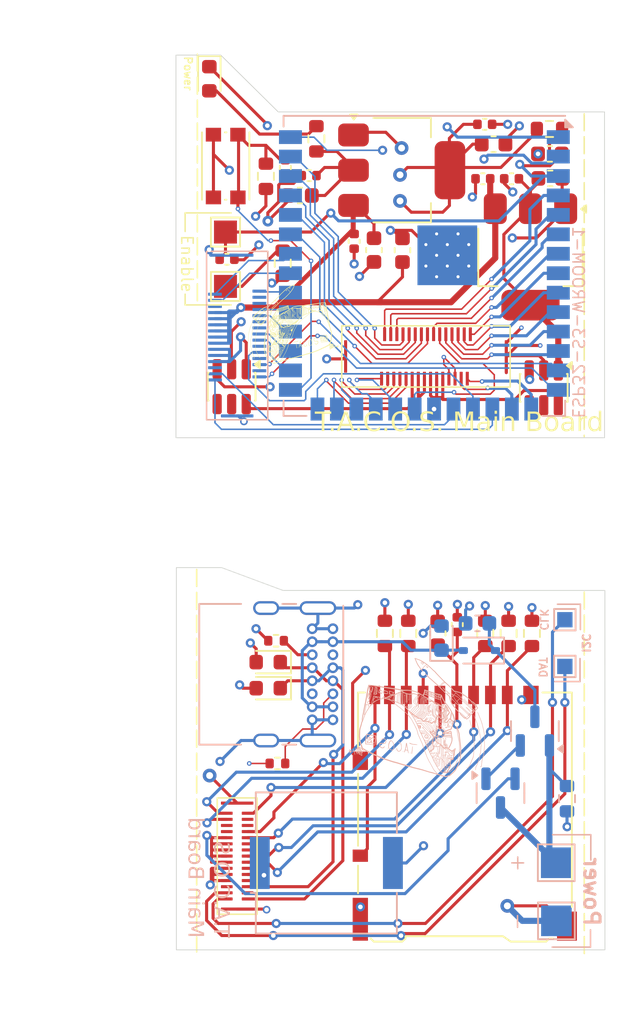
<source format=kicad_pcb>
(kicad_pcb (version 20241229) (generator "pcbnew") (generator_version "9.0")
  (layers (0 "F.Cu" signal) (4 "In1.Cu" signal) (6 "In2.Cu" signal) (2 "B.Cu" signal) (13 "F.Paste" user) (15 "B.Paste" user) (5 "F.SilkS" user "F.Silkscreen") (7 "B.SilkS" user "B.Silkscreen") (1 "F.Mask" user) (3 "B.Mask" user) (25 "Edge.Cuts" user))
  (net 0 "")
  (net 1 "CONN_29")
  (net 2 "CONN_7")
  (net 3 "CONN_13")
  (net 4 "CONN_2")
  (net 5 "CONN_1")
  (net 6 "CONN_10")
  (net 7 "CONN_14")
  (net 8 "BZR")
  (net 9 "CONN_15")
  (net 10 "CONN_11")
  (net 11 "CONN_12")
  (net 12 "CONN_18")
  (net 13 "CONN_27")
  (net 14 "CONN_8")
  (net 15 "GPIO0")
  (net 16 "CHIP_PU")
  (net 17 "CONN_5")
  (net 18 "CONN_3")
  (net 19 "CONN_6")
  (net 20 "CONN_9")
  (net 21 "CONN_0")
  (net 22 "DATA9")
  (net 23 "DATA13")
  (net 24 "DATA10")
  (net 25 "DATA7")
  (net 26 "DATA5")
  (net 27 "DATA6")
  (net 28 "DATA12")
  (net 29 "DATA2")
  (net 30 "DATA15")
  (net 31 "DATA14")
  (net 32 "DATA0")
  (net 33 "DATA4")
  (net 34 "DATA3")
  (net 35 "DATA1")
  (net 36 "DATA11")
  (net 37 "DATA8")
  (net 38 "RET")
  (net 39 "CONN_5V")
  (net 40 "HATS_ENABLE")
  (net 41 "INDEX1")
  (net 42 "INDEX4")
  (net 43 "Net-(D1-A)")
  (net 44 "Net-(D3-A1)")
  (net 45 "Net-(J3-CC1)")
  (net 47 "Net-(J3-CC2)")
  (net 49 "Net-(J4-Pin_1)")
  (net 50 "INDEX0")
  (net 51 "INDEX2")
  (net 52 "INDEX3")
  (net 53 "CONN_28")
  (net 54 "CONN_16")
  (net 55 "LIPO PWR")
  (net 56 "VCC_5V")
  (net 57 "LIPO GND")
  (net 58 "VBUS")
  (net 59 "+5V")
  (net 60 "CONN_17")
  (net 65 "CONN_3V3")
  (net 66 "CONN_21")
  (footprint "Capacitor_SMD:C_0603_1608Metric" (layer "F.Cu") (at 79.6 89.055 90)
    (property "Reference" "C13" (hide yes))
    (property "Value" "10uF" (hide yes))
  )
  (footprint "Capacitor_SMD:C_0603_1608Metric" (layer "F.Cu") (at 77.3 64.025 90)
    (property "Reference" "C8" (hide yes))
    (property "Value" "10uF" (hide yes))
  )
  (footprint "MolexFSB:FSB5 Series 0.40 mm Pitch Floating SlimStack Board-to-Board Receptacles" (layer "F.Cu") (at 66.5 103.6 90)
    (property "Reference" "J1" (hide yes))
    (property "Value" "Conn_02x16_Top_Bottom" (hide yes))
  )
  (footprint "Capacitor_SMD:C_0402_1005Metric" (layer "F.Cu") (at 65.8342 64.6176)
    (property "Reference" "C16" (hide yes))
    (property "Value" "0u1F" (hide yes))
  )
  (footprint "Resistor_SMD:R_0603_1608Metric" (layer "F.Cu") (at 77.68 89.055 -90)
    (property "Reference" "R7" (hide yes))
    (property "Value" "10k" (hide yes))
  )
  (footprint "Resistor_SMD:R_0603_1608Metric" (layer "F.Cu") (at 85.759 89.055 -90)
    (property "Reference" "R11" (hide yes))
    (property "Value" "10k" (hide yes))
  )
  (footprint "Capacitor_SMD:C_0402_1005Metric" (layer "F.Cu") (at 69.6468 58.6258 -90)
    (property "Reference" "C14" (hide yes))
    (property "Value" "0u1F" (hide yes))
  )
  (footprint "LED_SMD:LED_0603_1608Metric" (layer "F.Cu") (at 64.68 52.827501 -90)
    (property "Reference" "D1" (hide yes))
    (property "Value" "PWRLED" (hide yes))
  )
  (footprint "Resistor_SMD:R_0603_1608Metric" (layer "F.Cu") (at 82.71 89.055 -90)
    (property "Reference" "R6" (hide yes))
    (property "Value" "10k" (hide yes))
  )
  (footprint "Capacitor_SMD:C_0603_1608Metric" (layer "F.Cu") (at 70.599 60.452 180)
    (property "Reference" "C3" (hide yes))
    (property "Value" "10uF" (hide yes))
  )
  (footprint "TestPoint:TestPoint_Pad_1.5x1.5mm" (layer "F.Cu") (at 65.7352 62.8396 180)
    (property "Reference" "J5" (hide yes))
    (property "Value" "En_B" (hide yes))
  )
  (footprint "Capacitor_SMD:C_0402_1005Metric" (layer "F.Cu") (at 84.427 59.3598 180)
    (property "Reference" "C11" (hide yes))
    (property "Value" "0u1F" (hide yes))
  )
  (footprint "MolexFSB:FSB5 Series 0.40 mm Pitch Floating SlimStack Board-to-Board Plugs" (layer "F.Cu") (at 78.8338 70.9654 180)
    (property "Reference" "J7" (hide yes))
    (property "Value" "Conn_02x16_Top_Bottom" (hide yes))
  )
  (footprint "Capacitor_SMD:C_0603_1608Metric" (layer "F.Cu") (at 83.2514 57.0992)
    (property "Reference" "C6" (hide yes))
    (property "Value" "10uF" (hide yes))
  )
  (footprint "Resistor_SMD:R_0603_1608Metric" (layer "F.Cu") (at 68.3768 59.1994 90)
    (property "Reference" "R10" (hide yes))
    (property "Value" "10k" (hide yes))
  )
  (footprint "Resistor_SMD:R_0603_1608Metric" (layer "F.Cu") (at 69.475 64.875 90)
    (property "Reference" "R12" (hide yes))
    (property "Value" "10k" (hide yes))
  )
  (footprint "Resistor_SMD:R_0603_1608Metric" (layer "F.Cu") (at 86.9056 56.1086)
    (property "Reference" "R1" (hide yes))
    (property "Value" "10k" (hide yes))
  )
  (footprint "Capacitor_SMD:C_0603_1608Metric" (layer "F.Cu") (at 86.931 57.7342 180)
    (property "Reference" "C1" (hide yes))
    (property "Value" "1uF" (hide yes))
  )
  (footprint "Package_TO_SOT_SMD:SOT-23-6" (layer "F.Cu") (at 86.53 73.0175 -90)
    (property "Reference" "U5" (hide yes))
    (property "Value" "TPS22917DBV" (hide yes))
  )
  (footprint "Connector_Card:microSD_HC_Hirose_DM3AT-SF-PEJM5" (layer "F.Cu") (at 81.37 100.8)
    (property "Reference" "J6" (hide yes))
    (property "Value" "Micro_SD_Card_Det2")
  )
  (footprint "Diode_SMD:D_0603_1608Metric" (layer "F.Cu") (at 68.5291 90.932 180)
    (property "Reference" "D6" (hide yes))
    (property "Value" "D_TVS_Small_Filled" (hide yes))
  )
  (footprint "Package_TO_SOT_SMD:SOT-223-3_TabPin2" (layer "F.Cu") (at 85.6628 64.4656 -90)
    (property "Reference" "U3" (hide yes))
    (property "Value" "AMS1117-5.0" (hide yes))
  )
  (footprint "Capacitor_SMD:C_0402_1005Metric" (layer "F.Cu") (at 82.677 55.8038)
    (property "Reference" "C7" (hide yes))
    (property "Value" "0u1F" (hide yes))
  )
  (footprint "Capacitor_SMD:C_0603_1608Metric" (layer "F.Cu") (at 86.9572 59.3344)
    (property "Reference" "C10" (hide yes))
    (property "Value" "10uF" (hide yes))
  )
  (footprint "lib:tacos_logo" (layer "F.Cu") (at 73.06805 59.259229)
    (property "Reference" "G***" (hide yes))
    (property "Value" "LOGO" (hide yes))
  )
  (footprint "Capacitor_SMD:C_0402_1005Metric" (layer "F.Cu") (at 71.199 59.152 180)
    (property "Reference" "C2" (hide yes))
    (property "Value" "0u1F" (hide yes))
  )
  (footprint "Diode_SMD:D_0603_1608Metric" (layer "F.Cu") (at 68.5291 92.6338 180)
    (property "Reference" "D5" (hide yes))
    (property "Value" "D_TVS_Small_Filled" (hide yes))
  )
  (footprint "Resistor_SMD:R_0402_1005Metric" (layer "F.Cu") (at 69.13 97.55 180)
    (property "Reference" "R5" (hide yes))
    (property "Value" "5k1" (hide yes))
  )
  (footprint "Resistor_SMD:R_0402_1005Metric" (layer "F.Cu") (at 69.0392 89.535 180)
    (property "Reference" "R4" (hide yes))
    (property "Value" "5k1" (hide yes))
  )
  (footprint "Resistor_SMD:R_0603_1608Metric" (layer "F.Cu") (at 71.675 56.75 90)
    (property "Reference" "R2" (hide yes))
    (property "Value" "75" (hide yes))
  )
  (footprint "Button_Switch_SMD:SW_Push_1P1T_NO_CK_KMR2" (layer "F.Cu") (at 65.748 58.529 90)
    (property "Reference" "BOOT1" (hide yes))
    (property "Value" "RESET" (hide yes))
  )
  (footprint "Capacitor_SMD:C_0402_1005Metric" (layer "F.Cu") (at 80.88 88.48 90)
    (property "Reference" "C15" (hide yes))
    (property "Value" "100nF" (hide yes))
  )
  (footprint "Capacitor_SMD:C_0402_1005Metric" (layer "F.Cu") (at 74.1426 63.4466 -90)
    (property "Reference" "C5" (hide yes))
    (property "Value" "0u1F" (hide yes))
  )
  (footprint "Capacitor_SMD:C_0402_1005Metric" (layer "F.Cu") (at 82.5526 59.3598 180)
    (property "Reference" "C9" (hide yes))
    (property "Value" "0u1F" (hide yes))
  )
  (footprint "TestPoint:TestPoint_Pad_1.5x1.5mm" (layer "F.Cu") (at 65.7352 66.3896 180)
    (property "Reference" "J4" (hide yes))
    (property "Value" "En_A" (hide yes))
  )
  (footprint "Package_TO_SOT_SMD:SOT-23-6" (layer "F.Cu") (at 66.139999 72.9375 -90)
    (property "Reference" "U4" (hide yes))
    (property "Value" "TPS22917DBV" (hide yes))
  )
  (footprint "Package_TO_SOT_SMD:SOT-223-3_TabPin2" (layer "F.Cu") (at 77.25 58.8)
    (property "Reference" "U2" (hide yes))
    (property "Value" "AMS1117-3.3" (hide yes))
  )
  (footprint "Resistor_SMD:R_0603_1608Metric" (layer "F.Cu") (at 76.15 89.055 -90)
    (property "Reference" "R9" (hide yes))
    (property "Value" "10k" (hide yes))
  )
  (footprint "Resistor_SMD:R_0603_1608Metric" (layer "F.Cu") (at 84.234 89.055 -90)
    (property "Reference" "R8" (hide yes))
    (property "Value" "10k" (hide yes))
  )
  (footprint "Capacitor_SMD:C_0603_1608Metric" (layer "F.Cu") (at 75.438 64.0152 -90)
    (property "Reference" "C4" (hide yes))
    (property "Value" "10uF" (hide yes))
  )
  (footprint "Package_TO_SOT_SMD:SOT-23" (layer "B.Cu") (at 83.704047 99.4869 -90)
    (property "Reference" "Q3" (hide yes))
    (property "Value" "FDN340P" (hide yes))
  )
  (footprint "Diode_SMD:D_SOD-323" (layer "B.Cu") (at 82.325 90.175 180)
    (property "Reference" "D4" (hide yes))
    (property "Value" "1N5819WS" (hide yes))
  )
  (footprint "TestPoint:TestPoint_Pad_2.0x2.0mm" (layer "B.Cu") (at 87.3456 104.036 180)
    (property "Reference" "+1" (hide yes))
    (property "Value" "LIPO PWR" (hide yes))
  )
  (footprint "TestPoint:TestPoint_Pad_1.0x1.0mm" (layer "B.Cu") (at 87.9094 91.2114 180)
    (property "Reference" "I2C_DAT1" (hide yes))
    (property "Value" "Conn_01x01" (hide yes))
  )
  (footprint "TestPoint:TestPoint_Pad_2.0x2.0mm" (layer "B.Cu") (at 87.356431 107.829532 180)
    (property "Reference" "-1" (hide yes))
    (property "Value" "LIPO GND" (hide yes))
  )
  (footprint "TestPoint:TestPoint_Pad_1.0x1.0mm" (layer "B.Cu") (at 87.9094 88.1614 180)
    (property "Reference" "I2C_CLK1" (hide yes))
    (property "Value" "Conn_01x01" (hide yes))
  )
  (footprint "RF_Module:ESP32-S3-WROOM-1U" (layer "B.Cu") (at 78.73 65.05 180)
    (property "Reference" "U1" (hide yes))
    (property "Value" "ESP32-S3-WROOM-1" (hide yes))
  )
  (footprint "Resistor_SMD:R_0603_1608Metric" (layer "B.Cu") (at 88.05 99.85 -90)
    (property "Reference" "R13" (hide yes))
    (property "Value" "10K" (hide yes))
  )
  (footprint "Diode_SMD:D_0603_1608Metric" (layer "B.Cu") (at 79.85 89.362499 90)
    (property "Reference" "D3" (hide yes))
    (property "Value" "D_TVS_Small_Filled" (hide yes))
  )
  (footprint "Connector_USB:USB_C_Receptacle_GCT_USB4085" (layer "B.Cu") (at 72.752964 94.7 90)
    (property "Reference" "J3" (hide yes))
    (property "Value" "USB_C_Receptacle_USB2.0_16P" (hide yes))
  )
  (footprint "lib:tacos_logo" (layer "B.Cu") (at 75.33698 84.961815 180)
    (property "Reference" "G***" (hide yes))
    (property "Value" "LOGO" (hide yes))
  )
  (footprint "Package_TO_SOT_SMD:SOT-23" (layer "B.Cu") (at 85.95 95.437501 90)
    (property "Reference" "Q2" (hide yes))
    (property "Value" "FDN340P" (hide yes))
  )
  (footprint "Capacitor_SMD:C_0603_1608Metric" (layer "B.Cu") (at 82.2 88.4 180)
    (property "Reference" "C12" (hide yes))
    (property "Value" "10uF" (hide yes))
  )
  (footprint "Buzzer_Beeper:Buzzer_Murata_PKMCS0909E" (layer "B.Cu") (at 72.325 104.05)
    (property "Reference" "BZ1" (hide yes))
    (property "Value" "Buzzer" (hide yes))
  )
  (footprint "MolexFSB:FSB5 Series 0.40 mm Pitch Floating SlimStack Board-to-Board Plugs" (layer "B.Cu") (at 66.5 69.6 90)
    (property "Reference" "J2" (hide yes))
    (property "Value" "Conn_02x16_Top_Bottom" (hide yes))
  )
  (gr_line (start 63.1 62.8) (end 63.1 61.59) (stroke (width 0.1)) (layer "F.SilkS"))
  (gr_line (start 89.175 55.118) (end 89.175 76.2) (stroke (width 0.1) (type dash)) (layer "F.SilkS"))
  (gr_line (start 63.1 67.6) (end 63.1 66.9) (stroke (width 0.1)) (layer "F.SilkS"))
  (gr_line (start 63.9 51.225) (end 63.9 67.6) (stroke (width 0.1) (type dash)) (layer "F.SilkS"))
  (gr_line (start 89.1794 86.36) (end 89.1794 110.1852) (stroke (width 0.1) (type dash)) (layer "F.SilkS"))
  (gr_line (start 63.1 67.6) (end 66.1 67.6) (stroke (width 0.1)) (layer "F.SilkS"))
  (gr_line (start 63.1 61.59) (end 66.1 61.59) (stroke (width 0.1)) (layer "F.SilkS"))
  (gr_line (start 63.8518 84.881) (end 63.8518 109.856) (stroke (width 0.1) (type dash)) (layer "F.SilkS"))
  (gr_line (start 89.585 109.545) (end 87.085 109.545) (stroke (width 0.1)) (layer "B.SilkS"))
  (gr_line (start 88.9 92.2) (end 88.9 90.7) (stroke (width 0.1)) (layer "B.SilkS"))
  (gr_line (start 89.605 102.205) (end 87.105 102.205) (stroke (width 0.1)) (layer "B.SilkS"))
  (gr_line (start 87.249999 92.200001) (end 88.9 92.2) (stroke (width 0.1)) (layer "B.SilkS"))
  (gr_line (start 88.925001 88.8) (end 88.925 87.15) (stroke (width 0.1)) (layer "B.SilkS"))
  (gr_line (start 88.925 87.15) (end 87.425 87.15) (stroke (width 0.1)) (layer "B.SilkS"))
  (gr_line (start 89.585 108.414999) (end 89.585 109.545) (stroke (width 0.1)) (layer "B.SilkS"))
  (gr_line (start 89.605001 103.855) (end 89.605 102.205) (stroke (width 0.1)) (layer "B.SilkS"))
  (gr_poly (pts (xy 90.528737 109.725) (xy 62.5268 109.725) (xy 62.5268 84.756) (xy 65.478271 84.756) (xy 69.5 86.25) (xy 90.525 86.25)) (stroke (width 0.05)) (fill no) (layer "Edge.Cuts"))
  (gr_poly (pts (xy 90.501937 76.275) (xy 62.5 76.275) (xy 62.5 51.281) (xy 65.426177 51.281) (xy 69.181847 54.993) (xy 90.5 54.993)) (stroke (width 0.05)) (fill no) (layer "Edge.Cuts"))
  (gr_text "Power\n" (at 63 51.31 270) (layer "F.SilkS") (effects (font (size 0.5 0.5) (thickness 0.1)) (justify left bottom)))
  (gr_text "T.A.C.O.S. Main Board" (at 71.575 76.05 0) (layer "F.SilkS") (effects (font (size 1.25 1.25) (thickness 0.1)) (justify left bottom)))
  (gr_text "Enable" (at 62.78 62.97 270) (layer "F.SilkS") (effects (font (size 0.75 0.75) (thickness 0.1)) (justify left bottom)))
  (gr_text "T.A.C.O.S.\nMain Board" (at 63.15 108.95 270) (layer "B.SilkS") (effects (font (size 1 1) (thickness 0.1)) (justify left bottom mirror)))
  (gr_text "Power" (at 89.075 108.275 270) (layer "B.SilkS") (effects (font (size 1 1) (thickness 0.2) (bold yes)) (justify left bottom mirror)))
  (gr_text "DAT" (at 86.175 92 270) (layer "B.SilkS") (effects (font (size 0.5 0.5) (thickness 0.1) (bold yes)) (justify left bottom mirror)))
  (gr_text "ESP32-S3-WROOM-1" (at 88.34 75.07 270) (layer "B.SilkS") (effects (font (size 0.75 0.75) (thickness 0.1)) (justify left bottom mirror)))
  (gr_text "-" (at 85.325 107.185 90) (layer "B.SilkS") (effects (font (size 1 1) (thickness 0.1)) (justify left bottom mirror)))
  (gr_text "I2C" (at 89 90.375 270) (layer "B.SilkS") (effects (font (size 0.5 0.5) (thickness 0.125) (bold yes)) (justify left bottom mirror)))
  (gr_text "CLK" (at 86.25 88.925 270) (layer "B.SilkS") (effects (font (size 0.5 0.5) (thickness 0.1) (bold yes)) (justify left bottom mirror)))
  (gr_text "+" (at 84.145 103.534999 180) (layer "B.SilkS") (effects (font (size 1 1) (thickness 0.1)) (justify left bottom mirror)))
  (segment (start 76.445 93.075) (end 76.454047 93.084047) (width 0.2) (layer "F.Cu") (net 1))
  (segment (start 76.454047 93.084047) (end 76.454047 95.665953) (width 0.2) (layer "F.Cu") (net 1))
  (segment (start 76.15 89.88) (end 76.454047 90.184047) (width 0.2) (layer "F.Cu") (net 1))
  (segment (start 76.454047 90.184047) (end 76.454047 93.065953) (width 0.2) (layer "F.Cu") (net 1))
  (segment (start 65.2628 100.8) (end 64.5128 100.05) (width 0.2) (layer "F.Cu") (net 1))
  (segment (start 65.82 100.8) (end 65.2628 100.8) (width 0.2) (layer "F.Cu") (net 1))
  (segment (start 64.5128 100.05) (end 64.5028 100.05) (width 0.2) (layer "F.Cu") (net 1))
  (segment (start 76.454047 93.065953) (end 76.445 93.075) (width 0.2) (layer "F.Cu") (net 1))
  (via (at 64.5128 100.05) (size 0.6) (drill 0.3) (layers "F.Cu" "B.Cu") (net 1))
  (via (at 76.454047 95.665953) (size 0.6) (drill 0.3) (layers "F.Cu" "B.Cu") (net 1))
  (segment (start 69.5386 64.701) (end 67.249 64.701) (width 0.1) (layer "B.Cu") (net 1))
  (segment (start 76.454047 95.665953) (end 74.002 98.118) (width 0.2) (layer "B.Cu") (net 1))
  (segment (start 74.002 98.118) (end 66.4448 98.118) (width 0.2) (layer "B.Cu") (net 1))
  (segment (start 67.249 64.701) (end 65.05 66.9) (width 0.1) (layer "B.Cu") (net 1))
  (segment (start 69.9776 64.262) (end 69.5386 64.701) (width 0.1) (layer "B.Cu") (net 1))
  (segment (start 66.4448 98.118) (end 64.5128 100.05) (width 0.2) (layer "B.Cu") (net 1))
  (segment (start 83.054047 93.065953) (end 83.045 93.075) (width 0.2) (layer "F.Cu") (net 2))
  (segment (start 84.234 89.88) (end 83.054047 91.059953) (width 0.2) (layer "F.Cu") (net 2))
  (segment (start 83.054047 91.059953) (end 83.054047 93.065953) (width 0.2) (layer "F.Cu") (net 2))
  (segment (start 69.09 103.04) (end 68.53 103.6) (width 0.2) (layer "F.Cu") (net 2))
  (segment (start 83.045 93.075) (end 83.054047 93.084047) (width 0.2) (layer "F.Cu") (net 2))
  (segment (start 68.53 103.6) (end 67.18 103.6) (width 0.2) (layer "F.Cu") (net 2))
  (segment (start 83.054047 93.084047) (end 83.054047 95.484047) (width 0.2) (layer "F.Cu") (net 2))
  (segment (start 69.22 103.04) (end 69.09 103.04) (width 0.2) (layer "F.Cu") (net 2))
  (via (at 69.22 103.04) (size 0.6) (drill 0.3) (layers "F.Cu" "B.Cu") (net 2))
  (via (at 83.054047 95.484047) (size 0.6) (drill 0.3) (layers "F.Cu" "B.Cu") (net 2))
  (segment (start 70.04 103.04) (end 71.461 101.619) (width 0.2) (layer "B.Cu") (net 2))
  (segment (start 69.9776 70.612) (end 69.6776 70.612) (width 0.1) (layer "B.Cu") (net 2))
  (segment (start 69.6776 70.612) (end 68.5656 69.5) (width 0.1) (layer "B.Cu") (net 2))
  (segment (start 76.919094 101.619) (end 83.054047 95.484047) (width 0.2) (layer "B.Cu") (net 2))
  (segment (start 68.5656 69.5) (end 67.95 69.5) (width 0.1) (layer "B.Cu") (net 2))
  (segment (start 71.461 101.619) (end 76.919094 101.619) (width 0.2) (layer "B.Cu") (net 2))
  (segment (start 69.22 103.04) (end 70.04 103.04) (width 0.2) (layer "B.Cu") (net 2))
  (segment (start 72.803964 96.96) (end 72.762474 97.00149) (width 0.2) (layer "F.Cu") (net 4))
  (segment (start 71.8 68.675) (end 71.825 68.7) (width 0.1) (layer "F.Cu") (net 4))
  (segment (start 72.762474 103.970426) (end 71.1329 105.6) (width 0.2) (layer "F.Cu") (net 4))
  (segment (start 72.762474 97.00149) (end 72.762474 103.970426) (width 0.2) (layer "F.Cu") (net 4))
  (segment (start 68.663511 71.411805) (end 68.663511 71.386489) (width 0.1) (layer "F.Cu") (net 4))
  (segment (start 71.375 68.675) (end 71.8 68.675) (width 0.1) (layer "F.Cu") (net 4))
  (segment (start 69.3166 92.6338) (end 69.8004 92.15) (width 0.2) (layer "F.Cu") (net 4))
  (segment (start 71.1329 105.6) (end 67.18 105.6) (width 0.2) (layer "F.Cu") (net 4))
  (segment (start 68.663511 71.386489) (end 71.375 68.675) (width 0.1) (layer "F.Cu") (net 4))
  (segment (start 69.8004 92.15) (end 71.402964 92.15) (width 0.2) (layer "F.Cu") (net 4))
  (segment (start 68.610834 71.464482) (end 68.663511 71.411805) (width 0.1) (layer "F.Cu") (net 4))
  (via (at 71.825 68.7) (size 0.3) (drill 0.15) (layers "F.Cu" "B.Cu") (net 4))
  (via (at 68.610834 71.464482) (size 0.3) (drill 0.15) (layers "F.Cu" "B.Cu") (net 4))
  (via (at 72.803964 96.96) (size 0.6) (drill 0.3) (layers "F.Cu" "B.Cu") (net 4))
  (segment (start 73.403964 96.36) (end 72.803964 96.96) (width 0.2) (layer "B.Cu") (net 4))
  (segment (start 71.83231 92.15) (end 72.68231 91.3) (width 0.2) (layer "B.Cu") (net 4))
  (segment (start 72.68231 91.3) (end 72.752964 91.3) (width 0.2) (layer "B.Cu") (net 4))
  (segment (start 71.402964 92.15) (end 71.83231 92.15) (width 0.2) (layer "B.Cu") (net 4))
  (segment (start 68.585518 71.464482) (end 68.55 71.5) (width 0.1) (layer "B.Cu") (net 4))
  (segment (start 87.4776 71.882) (end 87.0206 71.425) (width 0.1) (layer "B.Cu") (net 4))
  (segment (start 73.403964 91.456026) (end 73.403964 96.36) (width 0.2) (layer "B.Cu") (net 4))
  (segment (start 74.55 71.425) (end 71.825 68.7) (width 0.1) (layer "B.Cu") (net 4))
  (segment (start 87.0206 71.425) (end 74.55 71.425) (width 0.1) (layer "B.Cu") (net 4))
  (segment (start 68.55 71.5) (end 67.95 71.5) (width 0.1) (layer "B.Cu") (net 4))
  (segment (start 68.610834 71.464482) (end 68.585518 71.464482) (width 0.1) (layer "B.Cu") (net 4))
  (segment (start 73.403964 91.456026) (end 73.247938 91.3) (width 0.2) (layer "B.Cu") (net 4))
  (segment (start 73.247938 91.3) (end 72.752964 91.3) (width 0.2) (layer "B.Cu") (net 4))
  (segment (start 67.18 102.4) (end 68.89 102.4) (width 0.2) (layer "F.Cu") (net 6))
  (segment (start 81.954047 93.084047) (end 81.954047 95.494047) (width 0.2) (layer "F.Cu") (net 6))
  (segment (start 82.71 89.88) (end 81.954047 90.635953) (width 0.2) (layer "F.Cu") (net 6))
  (segment (start 81.945 93.075) (end 81.954047 93.084047) (width 0.2) (layer "F.Cu") (net 6))
  (segment (start 68.89 102.4) (end 69.19 102.1) (width 0.2) (layer "F.Cu") (net 6))
  (segment (start 81.954047 93.065953) (end 81.945 93.075) (width 0.2) (layer "F.Cu") (net 6))
  (segment (start 81.954047 90.635953) (end 81.954047 93.065953) (width 0.2) (layer "F.Cu") (net 6))
  (via (at 69.19 102.1) (size 0.6) (drill 0.3) (layers "F.Cu" "B.Cu") (net 6))
  (via (at 81.954047 95.494047) (size 0.6) (drill 0.3) (layers "F.Cu" "B.Cu") (net 6))
  (segment (start 69.9776 69.342) (end 69.6776 69.342) (width 0.1) (layer "B.Cu") (net 6))
  (segment (start 68.6356 68.3) (end 67.95 68.3) (width 0.1) (layer "B.Cu") (net 6))
  (segment (start 81.954047 96.016947) (end 76.790497 101.180497) (width 0.2) (layer "B.Cu") (net 6))
  (segment (start 69.19 102.1) (end 70.109503 101.180497) (width 0.2) (layer "B.Cu") (net 6))
  (segment (start 81.954047 95.494047) (end 81.954047 96.016947) (width 0.2) (layer "B.Cu") (net 6))
  (segment (start 69.6776 69.342) (end 68.6356 68.3) (width 0.1) (layer "B.Cu") (net 6))
  (segment (start 70.109503 101.180497) (end 76.790497 101.180497) (width 0.2) (layer "B.Cu") (net 6))
  (segment (start 79.754047 93.084047) (end 79.754047 95.575953) (width 0.2) (layer "F.Cu") (net 7))
  (segment (start 68.71 99.650574) (end 68.71 99.12) (width 0.2) (layer "F.Cu") (net 7))
  (segment (start 67.18 100.8) (end 67.560574 100.8) (width 0.2) (layer "F.Cu") (net 7))
  (segment (start 79.745 93.075) (end 79.754047 93.084047) (width 0.2) (layer "F.Cu") (net 7))
  (segment (start 67.560574 100.8) (end 68.71 99.650574) (width 0.2) (layer "F.Cu") (net 7))
  (via (at 68.71 99.12) (size 0.6) (drill 0.3) (layers "F.Cu" "B.Cu") (net 7))
  (via (at 79.754047 95.575953) (size 0.6) (drill 0.3) (layers "F.Cu" "B.Cu") (net 7))
  (segment (start 79.754047 95.575953) (end 76.21 99.12) (width 0.2) (layer "B.Cu") (net 7))
  (segment (start 69.9776 66.802) (end 69.9246 66.749) (width 0.1) (layer "B.Cu") (net 7))
  (segment (start 67.999 66.749) (end 67.95 66.7) (width 0.1) (layer "B.Cu") (net 7))
  (segment (start 69.9246 66.749) (end 67.999 66.749) (width 0.1) (layer "B.Cu") (net 7))
  (segment (start 76.21 99.12) (end 68.71 99.12) (width 0.2) (layer "B.Cu") (net 7))
  (segment (start 67.18 104.8) (end 68.2 104.8) (width 0.2) (layer "F.Cu") (net 8))
  (segment (start 68.2 104.8) (end 68.25 104.85) (width 0.2) (layer "F.Cu") (net 8))
  (via (at 68.25 104.85) (size 0.5) (drill 0.3) (layers "F.Cu" "B.Cu") (net 8))
  (segment (start 68.614775 73.853) (end 67.249001 72.487226) (width 0.1) (layer "B.Cu") (net 8))
  (segment (start 67.249001 72.487226) (end 67.249001 70.912774) (width 0.1) (layer "B.Cu") (net 8))
  (segment (start 67.249001 70.912774) (end 67.461775 70.7) (width 0.1) (layer "B.Cu") (net 8))
  (segment (start 67.461775 70.7) (end 67.95 70.7) (width 0.1) (layer "B.Cu") (net 8))
  (segment (start 80.4496 72.099) (end 72.131 72.099) (width 0.1) (layer "B.Cu") (net 8))
  (segment (start 81.9026 74.402) (end 81.9026 73.552) (width 0.1) (layer "B.Cu") (net 8))
  (segment (start 70.9786 73.2514) (end 70.9786 73.7534) (width 0.1) (layer "B.Cu") (net 8))
  (segment (start 81.9026 73.552) (end 80.4496 72.099) (width 0.1) (layer "B.Cu") (net 8))
  (segment (start 72.131 72.099) (end 70.9786 73.2514) (width 0.1) (layer "B.Cu") (net 8))
  (segment (start 70.879 73.853) (end 68.614775 73.853) (width 0.1) (layer "B.Cu") (net 8))
  (segment (start 70.9786 73.7534) (end 70.879 73.853) (width 0.1) (layer "B.Cu") (net 8))
  (segment (start 65.82 106.4) (end 65.25 106.4) (width 0.2) (layer "F.Cu") (net 9))
  (segment (start 64.925 107.6551) (end 65.2699 108) (width 0.2) (layer "F.Cu") (net 9))
  (segment (start 65.25 106.4) (end 64.925 106.725) (width 0.2) (layer "F.Cu") (net 9))
  (segment (start 87.1 93.56) (end 87.1 99.7) (width 0.2) (layer "F.Cu") (net 9))
  (segment (start 65.2699 108) (end 69.05 108) (width 0.2) (layer "F.Cu") (net 9))
  (segment (start 78.8 108) (end 77 108) (width 0.2) (layer "F.Cu") (net 9))
  (segment (start 64.925 106.725) (end 64.925 107.6551) (width 0.2) (layer "F.Cu") (net 9))
  (segment (start 87.1 99.7) (end 78.8 108) (width 0.2) (layer "F.Cu") (net 9))
  (via (at 69.05 108) (size 0.6) (drill 0.3) (layers "F.Cu" "B.Cu") (net 9))
  (via (at 87.1 93.56) (size 0.6) (drill 0.3) (layers "F.Cu" "B.Cu") (net 9))
  (via (at 77 108) (size 0.6) (drill 0.3) (layers "F.Cu" "B.Cu") (net 9))
  (segment (start 87.9094 88.1614) (end 87.1 88.9708) (width 0.2) (layer "B.Cu") (net 9))
  (segment (start 65.05 75.3) (end 65.05 72.5) (width 0.1) (layer "B.Cu") (net 9))
  (segment (start 83.1726 75.4524) (end 82.901 75.724) (width 0.1) (layer "B.Cu") (net 9))
  (segment (start 65.474 75.724) (end 65.05 75.3) (width 0.1) (layer "B.Cu") (net 9))
  (segment (start 87.1 88.9708) (end 87.1 93.56) (width 0.2) (layer "B.Cu") (net 9))
  (segment (start 82.901 75.724) (end 65.474 75.724) (width 0.1) (layer "B.Cu") (net 9))
  (segment (start 83.1726 74.402) (end 83.1726 75.4524) (width 0.1) (layer "B.Cu") (net 9))
  (segment (start 69.05 108) (end 77 108) (width 0.2) (layer "B.Cu") (net 9))
  (segment (start 68 102) (end 67.18 102) (width 0.2) (layer "F.Cu") (net 10))
  (segment (start 75.504047 95.25) (end 75.504047 98.6014) (width 0.2) (layer "F.Cu") (net 10))
  (segment (start 75.504047 93.084047) (end 75.504047 95.25) (width 0.2) (layer "F.Cu") (net 10))
  (segment (start 75.495 93.075) (end 75.504047 93.084047) (width 0.2) (layer "F.Cu") (net 10))
  (segment (start 68.9 101.11) (end 68.9 100.72) (width 0.2) (layer "F.Cu") (net 10))
  (segment (start 68.9 101.11) (end 68.89 101.11) (width 0.2) (layer "F.Cu") (net 10))
  (segment (start 75.005047 103.114953) (end 74.545 103.575) (width 0.2) (layer "F.Cu") (net 10))
  (segment (start 75.005047 99.1004) (end 75.005047 103.114953) (width 0.2) (layer "F.Cu") (net 10))
  (segment (start 75.504047 98.6014) (end 75.005047 99.1004) (width 0.2) (layer "F.Cu") (net 10))
  (segment (start 68.89 101.11) (end 68 102) (width 0.2) (layer "F.Cu") (net 10))
  (segment (start 68.9 100.72) (end 72.13 97.49) (width 0.2) (layer "F.Cu") (net 10))
  (via (at 72.13 97.49) (size 0.6) (drill 0.3) (layers "F.Cu" "B.Cu") (net 10))
  (via (at 75.504047 95.25) (size 0.6) (drill 0.3) (layers "F.Cu" "B.Cu") (net 10))
  (segment (start 72.201 97.561) (end 72.13 97.49) (width 0.2) (layer "B.Cu") (net 10))
  (segment (start 69.9776 68.072) (end 69.8056 67.9) (width 0.1) (layer "B.Cu") (net 10))
  (segment (start 69.8056 67.9) (end 67.95 67.9) (width 0.1) (layer "B.Cu") (net 10))
  (segment (start 73.193047 97.561) (end 72.201 97.561) (width 0.2) (layer "B.Cu") (net 10))
  (segment (start 75.504047 95.25) (end 73.193047 97.561) (width 0.2) (layer "B.Cu") (net 10))
  (segment (start 74.1 58.8) (end 73.9232 58.6232) (width 0.2) (layer "F.Cu") (net 12))
  (segment (start 68.3768 60.0244) (end 68.3768 61.1378) (width 0.2) (layer "F.Cu") (net 12))
  (segment (start 85.759 87.371) (end 85.759 88.23) (width 0.2) (layer "F.Cu") (net 12))
  (segment (start 64.74 105.48) (end 64.62 105.6) (width 0.2) (layer "F.Cu") (net 12))
  (segment (start 80.5768 58.6232) (end 80.4 58.8) (width 0.2) (layer "F.Cu") (net 12))
  (segment (start 73.8888 58.8) (end 74.1 58.8) (width 0.2) (layer "F.Cu") (net 12))
  (segment (start 67.089998 70.059998) (end 66.72 69.69) (width 0.2) (layer "F.Cu") (net 12))
  (segment (start 65.82 104.8) (end 64.85 104.8) (width 0.2) (layer "F.Cu") (net 12))
  (segment (start 76.15 87.05) (end 76.15 88.23) (width 0.2) (layer "F.Cu") (net 12))
  (segment (start 82.4764 57.0992) (end 81.8896 57.0992) (width 0.2) (layer "F.Cu") (net 12))
  (segment (start 69.002465 66.172535) (end 69.475 65.7) (width 0.2) (layer "F.Cu") (net 12))
  (segment (start 81.28 55.8038) (end 80.3656 56.7182) (width 0.2) (layer "F.Cu") (net 12))
  (segment (start 64.85 105.37) (end 64.74 105.48) (width 0.2) (layer "F.Cu") (net 12))
  (segment (start 72.2078 58.6232) (end 71.679 59.152) (width 0.2) (layer "F.Cu") (net 12))
  (segment (start 80.854047 91.084047) (end 80.44 90.67) (width 0.2) (layer "F.Cu") (net 12))
  (segment (start 86.0806 56.27011) (end 83.72751 58.6232) (width 0.2) (layer "F.Cu") (net 12))
  (segment (start 74.0656 58.47) (end 73.787 58.1914) (width 0.2) (layer "F.Cu") (net 12))
  (segment (start 77.68 87.16) (end 77.68 88.23) (width 0.2) (layer "F.Cu") (net 12))
  (segment (start 80.854047 93.084047) (end 80.854047 94.994047) (width 0.2) (layer "F.Cu") (net 12))
  (segment (start 80.88 90.23) (end 80.44 90.67) (width 0.2) (layer "F.Cu") (net 12))
  (segment (start 84.234 87.296) (end 84.234 88.23) (width 0.2) (layer "F.Cu") (net 12))
  (segment (start 80.4 58.8) (end 80.3656 58.8344) (width 0.2) (layer "F.Cu") (net 12))
  (segment (start 80.845 93.075) (end 80.854047 93.065953) (width 0.2) (layer "F.Cu") (net 12))
  (segment (start 80.3656 61.1124) (end 79.9338 61.5442) (width 0.2) (layer "F.Cu") (net 12))
  (segment (start 83.72751 58.6232) (end 80.5768 58.6232) (width 0.2) (layer "F.Cu") (net 12))
  (segment (start 74.0656 58.7656) (end 74.0656 58.47) (width 0.2) (layer "F.Cu") (net 12))
  (segment (start 80.2232 58.6232) (end 77.6224 58.6232) (width 0.2) (layer "F.Cu") (net 12))
  (segment (start 68.3768 61.1378) (end 67.7037 61.8109) (width 0.2) (layer "F.Cu") (net 12))
  (segment (start 68.760916 66.172535) (end 69.002465 66.172535) (width 0.2) (layer "F.Cu") (net 12))
  (segment (start 67.089998 71.8) (end 67.089998 70.059998) (width 0.2) (layer "F.Cu") (net 12))
  (segment (start 74.1 58.8) (end 74.0656 58.7656) (width 0.2) (layer "F.Cu") (net 12))
  (segment (start 82.197 55.8038) (end 81.28 55.8038) (width 0.2) (layer "F.Cu") (net 12))
  (segment (start 72.2368 60.452) (end 73.8888 58.8) (width 0.2) (layer "F.Cu") (net 12))
  (segment (start 73.9232 58.6232) (end 72.2078 58.6232) (width 0.2) (layer "F.Cu") (net 12))
  (segment (start 73.0174 57.575) (end 74.1 58.6576) (width 0.2) (layer "F.Cu") (net 12))
  (segment (start 77.8764 61.5442) (end 77.1398 60.8076) (width 0.2) (layer "F.Cu") (net 12))
  (segment (start 74.1 58.6576) (end 74.1 58.8) (width 0.2) (layer "F.Cu") (net 12))
  (segment (start 71.675 57.575) (end 73.0174 57.575) (width 0.2) (layer "F.Cu") (net 12))
  (segment (start 86.0806 56.1086) (end 86.0806 56.27011) (width 0.2) (layer "F.Cu") (net 12))
  (segment (start 64.86 104.45) (end 64.86 105.42) (width 0.3) (layer "F.Cu") (net 12))
  (segment (start 71.374 60.452) (end 72.2368 60.452) (width 0.2) (layer "F.Cu") (net 12))
  (segment (start 80.44 90.67) (end 79.6 89.83) (width 0.2) (layer "F.Cu") (net 12))
  (segment (start 64.74 105.48) (end 64.86 105.36) (width 0.2) (layer "F.Cu") (net 12))
  (segment (start 64.86 105.2) (end 64.85 105.19) (width 0.2) (layer "F.Cu") (net 12))
  (segment (start 79.9338 61.5442) (end 77.8764 61.5442) (width 0.2) (layer "F.Cu") (net 12))
  (segment (start 64.86 105.36) (end 64.86 105.2) (width 0.2) (layer "F.Cu") (net 12))
  (segment (start 77.6224 58.6232) (end 77.1398 59.1058) (width 0.2) (layer "F.Cu") (net 12))
  (segment (start 80.845 93.075) (end 80.854047 93.084047) (width 0.2) (layer "F.Cu") (net 12))
  (segment (start 80.3656 56.7182) (end 80.3656 58.7656) (width 0.2) (layer "F.Cu") (net 12))
  (segment (start 80.854047 93.065953) (end 80.854047 91.084047) (width 0.2) (layer "F.Cu") (net 12))
  (segment (start 65.82 104.4) (end 64.85 104.4) (width 0.2) (layer "F.Cu") (net 12))
  (segment (start 65.82 105.2) (end 64.86 105.2) (width 0.2) (layer "F.Cu") (net 12))
  (segment (start 80.3656 58.7656) (end 80.4 58.8) (width 0.2) (layer "F.Cu") (net 12))
  (segment (start 80.88 88.96) (end 80.88 90.23) (width 0.2) (layer "F.Cu") (net 12))
  (segment (start 80.3656 58.8344) (end 80.3656 61.1124) (width 0.2) (layer "F.Cu") (net 12))
  (segment (start 80.4 58.8) (end 80.2232 58.6232) (width 0.2) (layer "F.Cu") (net 12))
  (segment (start 81.8896 57.0992) (end 80.4 58.5888) (width 0.2) (layer "F.Cu") (net 12))
  (segment (start 82.71 87.24) (end 82.71 88.23) (width 0.2) (layer "F.Cu") (net 12))
  (segment (start 80.4 58.5888) (end 80.4 58.8) (width 0.2) (layer "F.Cu") (net 12))
  (via (at 84.234 87.296) (size 0.6) (drill 0.3) (layers "F.Cu" "B.Cu") (net 12))
  (via (at 77.1398 60.8076) (size 0.9) (drill 0.45) (layers "F.Cu" "B.Cu") (net 12))
  (via (at 82.71 87.24) (size 0.6) (drill 0.3) (layers "F.Cu" "B.Cu") (net 12))
  (via (at 82.625 58.075) (size 0.6) (drill 0.3) (layers "F.Cu" "B.Cu") (net 12))
  (via (at 77.1398 59.1058) (size 0.9) (drill 0.45) (layers "F.Cu" "B.Cu") (net 12))
  (via (at 77.68 87.16) (size 0.6) (drill 0.3) (layers "F.Cu" "B.Cu") (net 12))
  (via (at 64.74 105.48) (size 0.6) (drill 0.3) (layers "F.Cu" "B.Cu") (net 12))
  (via (at 68.760916 66.172535) (size 0.6) (drill 0.3) (layers "F.Cu" "B.Cu") (net 12))
  (via (at 76.15 87.05) (size 0.6) (drill 0.3) (layers "F.Cu" "B.Cu") (net 12))
  (via (at 80.854047 94.994047) (size 0.6) (drill 0.3) (layers "F.Cu" "B.Cu") (net 12))
  (via (at 85.759 87.371) (size 0.6) (drill 0.3) (layers "F.Cu" "B.Cu") (net 12))
  (via (at 67.7037 61.8109) (size 0.6) (drill 0.3) (layers "F.Cu" "B.Cu") (net 12))
  (via (at 66.72 69.69) (size 0.6) (drill 0.3) (layers "F.Cu" "B.Cu") (net 12))
  (segment (start 66 70.5) (end 66 71.29) (width 0.2) (layer "B.Cu") (net 12))
  (segment (start 66 71.29) (end 66.01 71.3) (width 0.2) (layer "B.Cu") (net 12))
  (segment (start 65.05 70.5) (end 66 70.5) (width 0.2) (layer "B.Cu") (net 12))
  (segment (start 66.72 70.59) (end 66.01 71.3) (width 0.2) (layer "B.Cu") (net 12))
  (segment (start 85.728142 58.3352) (end 85.211943 57.819) (width 0.2) (layer "B.Cu") (net 12))
  (segment (start 87.0544 58.3352) (end 85.728142 58.3352) (width 0.2) (layer "B.Cu") (net 12))
  (segment (start 65.05 71.3) (end 66.01 71.3) (width 0.2) (layer "B.Cu") (net 12))
  (segment (start 85.211943 57.819) (end 82.881 57.819) (width 0.2) (layer "B.Cu") (net 12))
  (segment (start 87.4776 57.912) (end 87.0544 58.3352) (width 0.2) (layer "B.Cu") (net 12))
  (segment (start 65.05 70.9) (end 66 70.9) (width 0.2) (layer "B.Cu") (net 12))
  (segment (start 82.881 57.819) (end 82.625 58.075) (width 0.2) (layer "B.Cu") (net 12))
  (segment (start 66.72 69.69) (end 66.72 70.59) (width 0.2) (layer "B.Cu") (net 12))
  (segment (start 66.548 61.323) (end 66.55 61.325) (width 0.2) (layer "F.Cu") (net 15))
  (segment (start 66.548 60.579) (end 66.548 61.323) (width 0.2) (layer "F.Cu") (net 15))
  (segment (start 69.6468 58.1458) (end 69.3472 58.1458) (width 0.2) (layer "F.Cu") (net 15))
  (segment (start 66.5902 56.5212) (end 66.5902 60.5368) (width 0.2) (layer "F.Cu") (net 15))
  (segment (start 71.325 64.725) (end 70 63.4) (width 0.1) (layer "F.Cu") (net 15))
  (segment (start 66.5902 60.5368) (end 66.548 60.579) (width 0.2) (layer "F.Cu") (net 15))
  (segment (start 68.3768 58.3744) (end 68.3768 57.1754) (width 0.2) (layer "F.Cu") (net 15))
  (segment (start 69.3472 58.1458) (end 68.3768 57.1754) (width 0.2) (layer "F.Cu") (net 15))
  (segment (start 67.2444 57.1754) (end 68.3768 57.1754) (width 0.2) (layer "F.Cu") (net 15))
  (segment (start 66.548 56.479) (end 67.2444 57.1754) (width 0.2) (layer "F.Cu") (net 15))
  (segment (start 66.548 56.479) (end 66.5902 56.5212) (width 0.2) (layer "F.Cu") (net 15))
  (segment (start 70 63.4) (end 68.7 63.4) (width 0.1) (layer "F.Cu") (net 15))
  (via (at 71.325 64.725) (size 0.3) (drill 0.15) (layers "F.Cu" "B.Cu") (net 15))
  (via (at 68.7 63.4) (size 0.3) (drill 0.15) (layers "F.Cu" "B.Cu") (net 15))
  (via (at 66.55 61.325) (size 0.3) (drill 0.15) (layers "F.Cu" "B.Cu") (net 15))
  (segment (start 68.7 63.4) (end 68.513568 63.4) (width 0.1) (layer "B.Cu") (net 15))
  (segment (start 68.513568 63.4) (end 66.55 61.436432) (width 0.1) (layer "B.Cu") (net 15))
  (segment (start 70.548 73.152) (end 71.325 72.375) (width 0.1) (layer "B.Cu") (net 15))
  (segment (start 69.9776 73.152) (end 70.548 73.152) (width 0.1) (layer "B.Cu") (net 15))
  (segment (start 71.325 72.375) (end 71.325 64.725) (width 0.1) (layer "B.Cu") (net 15))
  (segment (start 66.55 61.436432) (end 66.55 61.325) (width 0.1) (layer "B.Cu") (net 15))
  (segment (start 87.7306 56.1086) (end 87.1474 56.6918) (width 0.2) (layer "F.Cu") (net 16))
  (segment (start 72.615531 61.601015) (end 72.563585 61.601015) (width 0.2) (layer "F.Cu") (net 16))
  (segment (start 65.7352 62.8396) (end 65.7352 64.2366) (width 0.2) (layer "F.Cu") (net 16))
  (segment (start 65.7352 62.8396) (end 71.325 62.8396) (width 0.2) (layer "F.Cu") (net 16))
  (segment (start 86.93 58.5102) (end 87.706 57.7342) (width 0.2) (layer "F.Cu") (net 16))
  (segment (start 86.907 58.4872) (end 86.93 58.5102) (width 0.2) (layer "F.Cu") (net 16))
  (segment (start 84.963 58.42) (end 85.0532 58.5102) (width 0.2) (layer "F.Cu") (net 16))
  (segment (start 65.7352 64.2366) (end 65.3542 64.6176) (width 0.2) (layer "F.Cu") (net 16))
  (segment (start 87.1474 56.6918) (end 87.1474 56.6928) (width 0.2) (layer "F.Cu") (net 16))
  (segment (start 85.0532 58.5102) (end 86.93 58.5102) (width 0.2) (layer "F.Cu") (net 16))
  (segment (start 72.563585 61.601015) (end 71.325 62.8396) (width 0.2) (layer "F.Cu") (net 16))
  (segment (start 86.907 56.9332) (end 86.907 58.4872) (width 0.2) (layer "F.Cu") (net 16))
  (segment (start 87.1474 56.6928) (end 86.907 56.9332) (width 0.2) (layer "F.Cu") (net 16))
  (via (at 72.615531 61.601015) (size 0.6) (drill 0.3) (layers "F.Cu" "B.Cu") (net 16))
  (via (at 84.963 58.42) (size 0.6) (drill 0.3) (layers "F.Cu" "B.Cu") (net 16))
  (segment (start 83.5986 62.111) (end 86.5276 59.182) (width 0.2) (layer "B.Cu") (net 16))
  (segment (start 87.4776 59.182) (end 85.725 59.182) (width 0.2) (layer "B.Cu") (net 16))
  (segment (start 72.615531 61.601015) (end 73.125516 62.111) (width 0.2) (layer "B.Cu") (net 16))
  (segment (start 73.125516 62.111) (end 83.5986 62.111) (width 0.2) (layer "B.Cu") (net 16))
  (segment (start 85.725 59.182) (end 84.963 58.42) (width 0.2) (layer "B.Cu") (net 16))
  (segment (start 86.5276 59.182) (end 87.4776 59.182) (width 0.2) (layer "B.Cu") (net 16))
  (segment (start 84.154047 93.065953) (end 84.154047 91.484953) (width 0.2) (layer "F.Cu") (net 19))
  (segment (start 68.46 104) (end 67.18 104) (width 0.2) (layer "F.Cu") (net 19))
  (segment (start 84.154047 93.084047) (end 84.154047 95.405953) (width 0.2) (layer "F.Cu") (net 19))
  (segment (start 69.055 104.595) (end 68.46 104) (width 0.2) (layer "F.Cu") (net 19))
  (segment (start 84.145 93.075) (end 84.154047 93.084047) (width 0.2) (layer "F.Cu") (net 19))
  (segment (start 84.145 93.075) (end 84.154047 93.065953) (width 0.2) (layer "F.Cu") (net 19))
  (segment (start 69.125003 104.67) (end 69.055 104.599997) (width 0.2) (layer "F.Cu") (net 19))
  (segment (start 84.154047 91.484953) (end 85.759 89.88) (width 0.2) (layer "F.Cu") (net 19))
  (segment (start 69.055 104.599997) (end 69.055 104.595) (width 0.2) (layer "F.Cu") (net 19))
  (via (at 84.154047 95.405953) (size 0.6) (drill 0.3) (layers "F.Cu" "B.Cu") (net 19))
  (via (at 69.125003 104.67) (size 0.6) (drill 0.3) (layers "F.Cu" "B.Cu") (net 19))
  (segment (start 77.54 102.02) (end 84.154047 95.405953) (width 0.2) (layer "B.Cu") (net 19))
  (segment (start 71.76 102.02) (end 77.54 102.02) (width 0.2) (layer "B.Cu") (net 19))
  (segment (start 69.125003 104.67) (end 69.125003 104.654997) (width 0.2) (layer "B.Cu") (net 19))
  (segment (start 68.438225 69.9) (end 67.95 69.9) (width 0.1) (layer "B.Cu") (net 19))
  (segment (start 68.650999 70.112774) (end 68.438225 69.9) (width 0.1) (layer "B.Cu") (net 19))
  (segment (start 68.650999 70.875999) (end 68.650999 70.112774) (width 0.1) (layer "B.Cu") (net 19))
  (segment (start 69.657 71.882) (end 68.650999 70.875999) (width 0.1) (layer "B.Cu") (net 19))
  (segment (start 69.125003 104.654997) (end 71.76 102.02) (width 0.2) (layer "B.Cu") (net 19))
  (segment (start 69.9776 71.882) (end 69.657 71.882) (width 0.1) (layer "B.Cu") (net 19))
  (segment (start 72.752964 92.15) (end 72.323618 92.15) (width 0.2) (layer "F.Cu") (net 21))
  (segment (start 73.403964 103.896036) (end 70.9 106.4) (width 0.2) (layer "F.Cu") (net 21))
  (segment (start 69.6846 91.3) (end 71.402964 91.3) (width 0.2) (layer "F.Cu") (net 21))
  (segment (start 68.775 72.1) (end 71.255 69.62) (width 0.1) (layer "F.Cu") (net 21))
  (segment (start 69.3166 90.932) (end 69.6846 91.3) (width 0.2) (layer "F.Cu") (net 21))
  (segment (start 70.9 106.4) (end 67.18 106.4) (width 0.2) (layer "F.Cu") (net 21))
  (segment (start 71.473618 91.3) (end 71.402964 91.3) (width 0.2) (layer "F.Cu") (net 21))
  (segment (start 72.752964 92.15) (end 72.823618 92.15) (width 0.2) (layer "F.Cu") (net 21))
  (segment (start 72.823618 92.15) (end 73.403964 92.730346) (width 0.2) (layer "F.Cu") (net 21))
  (segment (start 71.255 69.62) (end 71.75 69.62) (width 0.1) (layer "F.Cu") (net 21))
  (segment (start 73.403964 92.730346) (end 73.403964 103.896036) (width 0.2) (layer "F.Cu") (net 21))
  (segment (start 72.323618 92.15) (end 71.473618 91.3) (width 0.2) (layer "F.Cu") (net 21))
  (via (at 71.75 69.62) (size 0.3) (drill 0.15) (layers "F.Cu" "B.Cu") (net 21))
  (via (at 68.775 72.1) (size 0.3) (drill 0.15) (layers "F.Cu" "B.Cu") (net 21))
  (segment (start 72.195 69.62) (end 74.3 71.725) (width 0.1) (layer "B.Cu") (net 21))
  (segment (start 74.3 71.725) (end 85.7506 71.725) (width 0.1) (layer "B.Cu") (net 21))
  (segment (start 85.7506 71.725) (end 87.1776 73.152) (width 0.1) (layer "B.Cu") (net 21))
  (segment (start 87.1776 73.152) (end 87.4776 73.152) (width 0.1) (layer "B.Cu") (net 21))
  (segment (start 68.575 72.3) (end 67.95 72.3) (width 0.1) (layer "B.Cu") (net 21))
  (segment (start 71.75 69.62) (end 72.195 69.62) (width 0.1) (layer "B.Cu") (net 21))
  (segment (start 68.775 72.1) (end 68.575 72.3) (width 0.1) (layer "B.Cu") (net 21))
  (segment (start 81.99085 69.5154) (end 83.125 68.38125) (width 0.1) (layer "F.Cu") (net 22))
  (segment (start 81.7338 69.5154) (end 81.99085 69.5154) (width 0.1) (layer "F.Cu") (net 22))
  (via (at 83.125 68.38125) (size 0.3) (drill 0.15) (layers "F.Cu" "B.Cu") (net 22))
  (segment (start 83.125 68.38125) (end 83.67835 68.38125) (width 0.2) (layer "B.Cu") (net 22))
  (segment (start 86.5276 65.532) (end 87.4776 65.532) (width 0.2) (layer "B.Cu") (net 22))
  (segment (start 83.67835 68.38125) (end 86.5276 65.532) (width 0.2) (layer "B.Cu") (net 22))
  (segment (start 82.855601 71.119399) (end 83.125 70.85) (width 0.1) (layer "F.Cu") (net 23))
  (segment (start 80.1338 69.5154) (end 80.1338 70.080659) (width 0.1) (layer "F.Cu") (net 23))
  (segment (start 81.17254 71.119399) (end 82.855601 71.119399) (width 0.1) (layer "F.Cu") (net 23))
  (segment (start 80.1338 70.080659) (end 81.17254 71.119399) (width 0.1) (layer "F.Cu") (net 23))
  (via (at 83.125 70.85) (size 0.3) (drill 0.15) (layers "F.Cu" "B.Cu") (net 23))
  (segment (start 87.2396 70.85) (end 87.4776 70.612) (width 0.2) (layer "B.Cu") (net 23))
  (segment (start 83.125 70.85) (end 87.2396 70.85) (width 0.2) (layer "B.Cu") (net 23))
  (segment (start 81.546574 70.216399) (end 81.921026 70.216399) (width 0.1) (layer "F.Cu") (net 24))
  (segment (start 83.125 69.012425) (end 83.125 68.998438) (width 0.1) (layer "F.Cu") (net 24))
  (segment (start 81.3338 70.003625) (end 81.546574 70.216399) (width 0.1) (layer "F.Cu") (net 24))
  (segment (start 81.3338 69.5154) (end 81.3338 70.003625) (width 0.1) (layer "F.Cu") (net 24))
  (segment (start 81.921026 70.216399) (end 83.125 69.012425) (width 0.1) (layer "F.Cu") (net 24))
  (via (at 83.125 68.998438) (size 0.3) (drill 0.15) (layers "F.Cu" "B.Cu") (net 24))
  (segment (start 83.125 68.998438) (end 84.331162 68.998438) (width 0.2) (layer "B.Cu") (net 24))
  (segment (start 86.5276 66.802) (end 87.4776 66.802) (width 0.2) (layer "B.Cu") (net 24))
  (segment (start 84.331162 68.998438) (end 86.5276 66.802) (width 0.2) (layer "B.Cu") (net 24))
  (segment (start 78.9338 70.127303) (end 77.640704 71.420399) (width 0.1) (layer "F.Cu") (net 25))
  (segment (start 77.640704 71.420399) (end 75.307854 71.420399) (width 0.1) (layer "F.Cu") (net 25))
  (segment (start 78.9338 69.5154) (end 78.9338 70.127303) (width 0.1) (layer "F.Cu") (net 25))
  (segment (start 75.307854 71.420399) (end 74.178727 70.291272) (width 0.1) (layer "F.Cu") (net 25))
  (via (at 74.178727 70.291272) (size 0.3) (drill 0.15) (layers "F.Cu" "B.Cu") (net 25))
  (segment (start 70.4096 62.992) (end 71.9 64.4824) (width 0.1) (layer "B.Cu") (net 25))
  (segment (start 69.9776 62.992) (end 70.4096 62.992) (width 0.1) (layer "B.Cu") (net 25))
  (segment (start 71.9 68.012545) (end 74.178727 70.291272) (width 0.1) (layer "B.Cu") (net 25))
  (segment (start 71.9 64.4824) (end 71.9 68.012545) (width 0.1) (layer "B.Cu") (net 25))
  (segment (start 77.370382 70.818399) (end 78.1338 70.054981) (width 0.1) (layer "F.Cu") (net 26))
  (segment (start 74.3125 69.125) (end 74.3125 69.433681) (width 0.1) (layer "F.Cu") (net 26))
  (segment (start 75.697218 70.818399) (end 77.370382 70.818399) (width 0.1) (layer "F.Cu") (net 26))
  (segment (start 78.1338 70.054981) (end 78.1338 69.5154) (width 0.1) (layer "F.Cu") (net 26))
  (segment (start 74.3125 69.433681) (end 75.697218 70.818399) (width 0.1) (layer "F.Cu") (net 26))
  (via (at 74.3125 69.125) (size 0.3) (drill 0.15) (layers "F.Cu" "B.Cu") (net 26))
  (segment (start 70.2776 60.452) (end 69.9776 60.452) (width 0.1) (layer "B.Cu") (net 26))
  (segment (start 72.502 63.388722) (end 70.9786 61.865322) (width 0.1) (layer "B.Cu") (net 26))
  (segment (start 74.3125 69.125) (end 74.2921 69.125) (width 0.1) (layer "B.Cu") (net 26))
  (segment (start 70.9786 61.153) (end 70.2776 60.452) (width 0.1) (layer "B.Cu") (net 26))
  (segment (start 70.9786 61.865322) (end 70.9786 61.153) (width 0.1) (layer "B.Cu") (net 26))
  (segment (start 74.2921 69.125) (end 72.502 67.3349) (width 0.1) (layer "B.Cu") (net 26))
  (segment (start 72.502 67.3349) (end 72.502 63.388722) (width 0.1) (layer "B.Cu") (net 26))
  (segment (start 73.725 69.271859) (end 75.57254 71.119399) (width 0.1) (layer "F.Cu") (net 27))
  (segment (start 77.516026 71.119399) (end 78.5338 70.101625) (width 0.1) (layer "F.Cu") (net 27))
  (segment (start 75.57254 71.119399) (end 77.516026 71.119399) (width 0.1) (layer "F.Cu") (net 27))
  (segment (start 73.725 69.125) (end 73.725 69.271859) (width 0.1) (layer "F.Cu") (net 27))
  (segment (start 78.5338 70.101625) (end 78.5338 69.5154) (width 0.1) (layer "F.Cu") (net 27))
  (via (at 73.725 69.125) (size 0.3) (drill 0.15) (layers "F.Cu" "B.Cu") (net 27))
  (segment (start 72.201 63.5134) (end 70.4096 61.722) (width 0.1) (layer "B.Cu") (net 27))
  (segment (start 73.725 69.125) (end 72.201 67.601) (width 0.1) (layer "B.Cu") (net 27))
  (segment (start 70.4096 61.722) (end 69.9776 61.722) (width 0.1) (layer "B.Cu") (net 27))
  (segment (start 72.201 67.601) (end 72.201 63.5134) (width 0.1) (layer "B.Cu") (net 27))
  (segment (start 80.5338 69.5154) (end 80.5338 70.054981) (width 0.1) (layer "F.Cu") (net 28))
  (segment (start 81.297218 70.818399) (end 82.539414 70.818399) (width 0.1) (layer "F.Cu") (net 28))
  (segment (start 80.5338 70.054981) (end 81.297218 70.818399) (width 0.1) (layer "F.Cu") (net 28))
  (segment (start 82.539414 70.818399) (end 83.125 70.232813) (width 0.1) (layer "F.Cu") (net 28))
  (via (at 83.125 70.232813) (size 0.3) (drill 0.15) (layers "F.Cu" "B.Cu") (net 28))
  (segment (start 86.5276 69.342) (end 87.4776 69.342) (width 0.2) (layer "B.Cu") (net 28))
  (segment (start 85.636787 70.232813) (end 86.5276 69.342) (width 0.2) (layer "B.Cu") (net 28))
  (segment (start 83.125 70.232813) (end 85.636787 70.232813) (width 0.2) (layer "B.Cu") (net 28))
  (segment (start 76.9338 68.5682) (end 77.025 68.477) (width 0.1) (layer "F.Cu") (net 29))
  (segment (start 76.9338 69.5154) (end 76.9338 68.5682) (width 0.1) (layer "F.Cu") (net 29))
  (segment (start 77.025 68.477) (end 81.794875 68.477) (width 0.1) (layer "F.Cu") (net 29))
  (segment (start 81.794875 68.477) (end 83.125 67.146875) (width 0.1) (layer "F.Cu") (net 29))
  (via (at 83.125 67.146875) (size 0.3) (drill 0.15) (layers "F.Cu" "B.Cu") (net 29))
  (segment (start 83.125 67.146875) (end 83.145624 67.146875) (width 0.2) (layer "B.Cu") (net 29))
  (segment (start 87.0346 62.992) (end 87.4776 62.992) (width 0.2) (layer "B.Cu") (net 29))
  (segment (start 83.145624 67.146875) (end 86.4266 63.865899) (width 0.2) (layer "B.Cu") (net 29))
  (segment (start 86.4266 63.6) (end 87.0346 62.992) (width 0.2) (layer "B.Cu") (net 29))
  (segment (start 86.4266 63.865899) (end 86.4266 63.6) (width 0.2) (layer "B.Cu") (net 29))
  (segment (start 82.781401 73.116399) (end 82.8728 73.025) (width 0.1) (layer "F.Cu") (net 30))
  (segment (start 81.1338 72.903625) (end 81.346574 73.116399) (width 0.1) (layer "F.Cu") (net 30))
  (segment (start 81.1338 72.4154) (end 81.1338 72.903625) (width 0.1) (layer "F.Cu") (net 30))
  (segment (start 81.346574 73.116399) (end 82.781401 73.116399) (width 0.1) (layer "F.Cu") (net 30))
  (via (at 82.8728 73.025) (size 0.3) (drill 0.15) (layers "F.Cu" "B.Cu") (net 30))
  (segment (start 84.4426 73.452) (end 84.0416 73.051) (width 0.2) (layer "B.Cu") (net 30))
  (segment (start 84.0416 73.051) (end 82.8728 73.051) (width 0.2) (layer "B.Cu") (net 30))
  (segment (start 84.4426 74.402) (end 84.4426 73.452) (width 0.2) (layer "B.Cu") (net 30))
  (segment (start 81.7184 72.6) (end 81.5338 72.4154) (width 0.1) (layer "F.Cu") (net 31))
  (segment (start 82.5 72.6) (end 81.7184 72.6) (width 0.1) (layer "F.Cu") (net 31))
  (via (at 82.5 72.6) (size 0.3) (drill 0.15) (layers "F.Cu" "B.Cu") (net 31))
  (segment (start 82.526 72.574) (end 82.5 72.6) (width 0.2) (layer "B.Cu") (net 31))
  (segment (start 84.8346 72.574) (end 82.526 72.574) (width 0.2) (layer "B.Cu") (net 31))
  (segment (start 85.7126 74.402) (end 85.7126 73.452) (width 0.2) (layer "B.Cu") (net 31))
  (segment (start 85.7126 73.452) (end 84.8346 72.574) (width 0.2) (layer "B.Cu") (net 31))
  (segment (start 76.1338 69.5154) (end 76.1338 67.9662) (width 0.1) (layer "F.Cu") (net 32))
  (segment (start 81.1625 67.875) (end 83.125 65.9125) (width 0.1) (layer "F.Cu") (net 32))
  (segment (start 76.1338 67.9662) (end 76.225 67.875) (width 0.1) (layer "F.Cu") (net 32))
  (segment (start 76.225 67.875) (end 81.1625 67.875) (width 0.1) (layer "F.Cu") (net 32))
  (via (at 83.125 65.9125) (size 0.3) (drill 0.15) (layers "F.Cu" "B.Cu") (net 32))
  (segment (start 86.5276 60.452) (end 87.4776 60.452) (width 0.2) (layer "B.Cu") (net 32))
  (segment (start 83.125 65.9125) (end 85.6246 63.4129) (width 0.2) (layer "B.Cu") (net 32))
  (segment (start 85.6246 61.355) (end 86.5276 60.452) (width 0.2) (layer "B.Cu") (net 32))
  (segment (start 85.6246 63.4129) (end 85.6246 61.355) (width 0.2) (layer "B.Cu") (net 32))
  (segment (start 77.7338 70.029303) (end 77.7338 69.5154) (width 0.1) (layer "F.Cu") (net 33))
  (segment (start 74.9 69.595503) (end 75.821896 70.517399) (width 0.1) (layer "F.Cu") (net 33))
  (segment (start 77.245704 70.517399) (end 77.7338 70.029303) (width 0.1) (layer "F.Cu") (net 33))
  (segment (start 75.821896 70.517399) (end 77.245704 70.517399) (width 0.1) (layer "F.Cu") (net 33))
  (segment (start 74.9 69.125) (end 74.9 69.595503) (width 0.1) (layer "F.Cu") (net 33))
  (via (at 74.9 69.125) (size 0.3) (drill 0.15) (layers "F.Cu" "B.Cu") (net 33))
  (segment (start 74.9 69.125) (end 72.803 67.028) (width 0.1) (layer "B.Cu") (net 33))
  (segment (start 72.803 67.028) (end 72.803 63.264044) (width 0.1) (layer "B.Cu") (net 33))
  (segment (start 70.4096 59.182) (end 69.9776 59.182) (width 0.1) (layer "B.Cu") (net 33))
  (segment (start 71.2796 60.052) (end 70.4096 59.182) (width 0.1) (layer "B.Cu") (net 33))
  (segment (start 71.2796 61.740644) (end 71.2796 60.052) (width 0.1) (layer "B.Cu") (net 33))
  (segment (start 72.803 63.264044) (end 71.2796 61.740644) (width 0.1) (layer "B.Cu") (net 33))
  (segment (start 75.4875 69.125) (end 75.4875 69.757325) (width 0.1) (layer "F.Cu") (net 34))
  (segment (start 75.946574 70.216399) (end 77.121026 70.216399) (width 0.1) (layer "F.Cu") (net 34))
  (segment (start 77.121026 70.216399) (end 77.3338 70.003625) (width 0.1) (layer "F.Cu") (net 34))
  (segment (start 77.3338 70.003625) (end 77.3338 69.5154) (width 0.1) (layer "F.Cu") (net 34))
  (segment (start 75.4875 69.757325) (end 75.946574 70.216399) (width 0.1) (layer "F.Cu") (net 34))
  (via (at 75.4875 69.125) (size 0.3) (drill 0.15) (layers "F.Cu" "B.Cu") (net 34))
  (segment (start 73.104 66.754) (end 73.104 63.139366) (width 0.1) (layer "B.Cu") (net 34))
  (segment (start 71.5806 59.215) (end 70.2776 57.912) (width 0.1) (layer "B.Cu") (net 34))
  (segment (start 73.104 63.139366) (end 71.5806 61.615966) (width 0.1) (layer "B.Cu") (net 34))
  (segment (start 75.475 69.125) (end 73.104 66.754) (width 0.1) (layer "B.Cu") (net 34))
  (segment (start 71.5806 61.615966) (end 71.5806 59.215) (width 0.1) (layer "B.Cu") (net 34))
  (segment (start 75.4875 69.125) (end 75.475 69.125) (width 0.1) (layer "B.Cu") (net 34))
  (segment (start 70.2776 57.912) (end 69.9776 57.912) (width 0.1) (layer "B.Cu") (net 34))
  (segment (start 76.625 68.176) (end 81.478688 68.176) (width 0.1) (layer "F.Cu") (net 35))
  (segment (start 81.478688 68.176) (end 83.125 66.529688) (width 0.1) (layer "F.Cu") (net 35))
  (segment (start 76.5338 68.2672) (end 76.625 68.176) (width 0.1) (layer "F.Cu") (net 35))
  (segment (start 76.5338 69.5154) (end 76.5338 68.2672) (width 0.1) (layer "F.Cu") (net 35))
  (via (at 83.125 66.529688) (size 0.3) (drill 0.15) (layers "F.Cu" "B.Cu") (net 35))
  (segment (start 86.9456 61.722) (end 87.4776 61.722) (width 0.2) (layer "B.Cu") (net 35))
  (segment (start 86.0256 62.642) (end 86.9456 61.722) (width 0.2) (layer "B.Cu") (net 35))
  (segment (start 83.125 66.529688) (end 83.145623 66.529688) (width 0.2) (layer "B.Cu") (net 35))
  (segment (start 83.145623 66.529688) (end 86.0256 63.649711) (width 0.2) (layer "B.Cu") (net 35))
  (segment (start 86.0256 63.649711) (end 86.0256 62.642) (width 0.2) (layer "B.Cu") (net 35))
  (segment (start 81.421896 70.517399) (end 82.223226 70.517399) (width 0.1) (layer "F.Cu") (net 36))
  (segment (start 82.223226 70.517399) (end 83.125 69.615625) (width 0.1) (layer "F.Cu") (net 36))
  (segment (start 80.9338 69.5154) (end 80.9338 70.029303) (width 0.1) (layer "F.Cu") (net 36))
  (segment (start 80.9338 70.029303) (end 81.421896 70.517399) (width 0.1) (layer "F.Cu") (net 36))
  (via (at 83.125 69.615625) (size 0.3) (drill 0.15) (layers "F.Cu" "B.Cu") (net 36))
  (segment (start 86.9456 68.072) (end 87.4776 68.072) (width 0.2) (layer "B.Cu") (net 36))
  (segment (start 83.125 69.615625) (end 85.401975 69.615625) (width 0.2) (layer "B.Cu") (net 36))
  (segment (start 85.401975 69.615625) (end 86.9456 68.072) (width 0.2) (layer "B.Cu") (net 36))
  (segment (start 79.560975 68.8) (end 82.089063 68.8) (width 0.1) (layer "F.Cu") (net 37))
  (segment (start 82.089063 68.8) (end 83.125 67.764063) (width 0.1) (layer "F.Cu") (net 37))
  (segment (start 79.3338 69.027175) (end 79.560975 68.8) (width 0.1) (layer "F.Cu") (net 37))
  (segment (start 79.3338 69.5154) (end 79.3338 69.027175) (width 0.1) (layer "F.Cu") (net 37))
  (via (at 83.125 67.764063) (size 0.3) (drill 0.15) (layers "F.Cu" "B.Cu") (net 37))
  (segment (start 86.9456 64.262) (end 87.4776 64.262) (width 0.2) (layer "B.Cu") (net 37))
  (segment (start 83.443537 67.764063) (end 86.9456 64.262) (width 0.2) (layer "B.Cu") (net 37))
  (segment (start 83.125 67.764063) (end 83.443537 67.764063) (width 0.2) (layer "B.Cu") (net 37))
  (segment (start 80.792913 73.426) (end 83.0389 73.426) (width 0.1) (layer "F.Cu") (net 38))
  (segment (start 83.3 73.1649) (end 83.3 72.17) (width 0.1) (layer "F.Cu") (net 38))
  (segment (start 83.3 72.17) (end 82.550399 71.420399) (width 0.1) (layer "F.Cu") (net 38))
  (segment (start 82.550399 71.420399) (end 81.047862 71.420399) (width 0.1) (layer "F.Cu") (net 38))
  (segment (start 80.668914 73.302001) (end 80.792913 73.426) (width 0.1) (layer "F.Cu") (net 38))
  (segment (start 79.7338 70.106337) (end 79.7338 69.5154) (width 0.1) (layer "F.Cu") (net 38))
  (segment (start 83.0389 73.426) (end 83.3 73.1649) (width 0.1) (layer "F.Cu") (net 38))
  (segment (start 81.047862 71.420399) (end 79.7338 70.106337) (width 0.1) (layer "F.Cu") (net 38))
  (via (at 80.668914 73.302001) (size 0.3) (drill 0.15) (layers "F.Cu" "B.Cu") (net 38))
  (segment (start 80.668914 73.302001) (end 78.234999 73.302001) (width 0.1) (layer "B.Cu") (net 38))
  (segment (start 78.0926 73.4444) (end 78.0926 74.402) (width 0.1) (layer "B.Cu") (net 38))
  (segment (start 78.234999 73.302001) (end 78.0926 73.4444) (width 0.1) (layer "B.Cu") (net 38))
  (segment (start 85.239033 73.1915) (end 87.178998 73.1915) (width 0.2) (layer "F.Cu") (net 39))
  (segment (start 79.1338 73.519143) (end 79.264657 73.65) (width 0.2) (layer "F.Cu") (net 39))
  (segment (start 87.178998 73.1915) (end 87.479999 73.492501) (width 0.2) (layer "F.Cu") (net 39))
  (segment (start 79.9338 72.4154) (end 79.9338 73.6462) (width 0.2) (layer "F.Cu") (net 39))
  (segment (start 79.5338 73.6462) (end 79.53 73.65) (width 0.2) (layer "F.Cu") (net 39))
  (segment (start 79.937 73.777) (end 84.653533 73.777) (width 0.2) (layer "F.Cu") (net 39))
  (segment (start 79.1338 72.4154) (end 79.1338 73.519143) (width 0.2) (layer "F.Cu") (net 39))
  (segment (start 79.53 73.65) (end 79.81 73.65) (width 0.2) (layer "F.Cu") (net 39))
  (segment (start 84.653533 73.777) (end 85.239033 73.1915) (width 0.2) (layer "F.Cu") (net 39))
  (segment (start 79.81 73.65) (end 79.93 73.65) (width 0.2) (layer "F.Cu") (net 39))
  (segment (start 79.81 73.65) (end 79.937 73.777) (width 0.2) (layer "F.Cu") (net 39))
  (segment (start 79.9338 73.6462) (end 79.93 73.65) (width 0.2) (layer "F.Cu") (net 39))
  (segment (start 87.479999 73.492501) (end 87.479999 74.155) (width 0.2) (layer "F.Cu") (net 39))
  (segment (start 79.5338 72.4154) (end 79.5338 73.6462) (width 0.2) (layer "F.Cu") (net 39))
  (segment (start 79.264657 73.65) (end 79.53 73.65) (width 0.2) (layer "F.Cu") (net 39))
  (segment (start 85.580001 72.440001) (end 85.61 72.47) (width 0.2) (layer "F.Cu") (net 40))
  (segment (start 65.19 72.462499) (end 65.677501 72.95) (width 0.2) (layer "F.Cu") (net 40))
  (segment (start 65.19 71.8) (end 65.19 72.462499) (width 0.2) (layer "F.Cu") (net 40))
  (segment (start 65.677501 72.95) (end 68.65 72.95) (width 0.2) (layer "F.Cu") (net 40))
  (segment (start 85.580001 71.88) (end 85.580001 72.440001) (width 0.2) (layer "F.Cu") (net 40))
  (segment (start 79.3626 74.6128) (end 79.3626 74.402) (width 0.2) (layer "F.Cu") (net 40))
  (via (at 85.61 72.47) (size 0.6) (drill 0.3) (layers "F.Cu" "B.Cu") (net 40))
  (via (at 68.65 72.95) (size 0.6) (drill 0.3) (layers "F.Cu" "B.Cu") (net 40))
  (via (at 79.3626 74.402) (size 0.6) (drill 0.3) (layers "F.Cu" "B.Cu") (net 40))
  (segment (start 77.1338 72.4154) (end 77.1338 72.954981) (width 0.1) (layer "F.Cu") (net 41))
  (segment (start 77.1338 72.954981) (end 76.370382 73.718399) (width 0.1) (layer "F.Cu") (net 41))
  (segment (start 72.824994 72.567097) (end 72.824994 72.5) (width 0.1) (layer "F.Cu") (net 41))
  (segment (start 76.370382 73.718399) (end 73.976296 73.718399) (width 0.1) (layer "F.Cu") (net 41))
  (segment (start 73.976296 73.718399) (end 72.824994 72.567097) (width 0.1) (layer "F.Cu") (net 41))
  (via (at 72.824994 72.5) (size 0.3) (drill 0.15) (layers "F.Cu" "B.Cu") (net 41))
  (segment (start 72.824994 74.214394) (end 73.0126 74.402) (width 0.1) (layer "B.Cu") (net 41))
  (segment (start 72.824994 72.5) (end 72.824994 74.214394) (width 0.1) (layer "B.Cu") (net 41))
  (segment (start 74.409603 72.4154) (end 74.325003 72.5) (width 0.1) (layer "F.Cu") (net 42))
  (segment (start 75.9338 72.4154) (end 74.409603 72.4154) (width 0.1) (layer "F.Cu") (net 42))
  (via (at 74.325003 72.5) (size 0.3) (drill 0.15) (layers "F.Cu" "B.Cu") (net 42))
  (segment (start 74.325003 72.5) (end 75.3526 72.5) (width 0.1) (layer "B.Cu") (net 42))
  (segment (start 76.8226 73.97) (end 76.8226 74.402) (width 0.1) (layer "B.Cu") (net 42))
  (segment (start 75.3526 72.5) (end 76.8226 73.97) (width 0.1) (layer "B.Cu") (net 42))
  (segment (start 71.159 56.441) (end 67.962 56.441) (width 0.2) (layer "F.Cu") (net 43))
  (segment (start 65.136002 53.615002) (end 64.68 53.615002) (width 0.2) (layer "F.Cu") (net 43))
  (segment (start 67.962 56.441) (end 65.136002 53.615002) (width 0.2) (layer "F.Cu") (net 43))
  (segment (start 71.675 55.925) (end 71.159 56.441) (width 0.2) (layer "F.Cu") (net 43))
  (segment (start 77.3 89.6) (end 73.625 89.6) (width 0.2) (layer "B.Cu") (net 44))
  (segment (start 73.625 89.6) (end 72.05 89.6) (width 0.2) (layer "B.Cu") (net 44))
  (segment (start 71.33231 89.6) (end 70.751964 90.180346) (width 0.2) (layer "B.Cu") (net 44))
  (segment (start 72.05 89.6) (end 71.33231 89.6) (width 0.2) (layer "B.Cu") (net 44))
  (segment (start 72.05 89.6) (end 71.402964 89.6) (width 0.2) (layer "B.Cu") (net 44))
  (segment (start 71.33231 93.85) (end 71.402964 93.85) (width 0.2) (layer "B.Cu") (net 44))
  (segment (start 70.751964 93.269654) (end 70.953655 93.471345) (width 0.2) (layer "B.Cu") (net 44))
  (segment (start 70.953655 93.471345) (end 71.33231 93.85) (width 0.2) (layer "B.Cu") (net 44))
  (segment (start 79.85 90.15) (end 77.85 90.15) (width 0.2) (layer "B.Cu") (net 44))
  (segment (start 79.85 90.15) (end 81.25 90.15) (width 0.2) (layer "B.Cu") (net 44))
  (segment (start 77.85 90.15) (end 77.3 89.6) (width 0.2) (layer "B.Cu") (net 44))
  (segment (start 73.625 89.6) (end 72.752964 89.6) (width 0.2) (layer "B.Cu") (net 44))
  (segment (start 70.751964 90.180346) (end 70.751964 93.269654) (width 0.2) (layer "B.Cu") (net 44))
  (segment (start 81.25 90.15) (end 81.275 90.175) (width 0.2) (layer "B.Cu") (net 44))
  (segment (start 71.33231 93.85) (end 72.752964 93.85) (width 0.2) (layer "B.Cu") (net 44))
  (segment (start 71.651907 95.301) (end 72.151964 94.800943) (width 0.1) (layer "F.Cu") (net 45))
  (segment (start 70.7806 95.301) (end 71.651907 95.301) (width 0.1) (layer "F.Cu") (net 45))
  (segment (start 72.151964 94.800943) (end 72.151964 93.601) (width 0.1) (layer "F.Cu") (net 45))
  (segment (start 72.151964 93.601) (end 72.752964 93) (width 0.1) (layer "F.Cu") (net 45))
  (segment (start 69.64 96.4416) (end 70.7806 95.301) (width 0.1) (layer "F.Cu") (net 45))
  (segment (start 69.64 97.55) (end 69.64 96.4416) (width 0.1) (layer "F.Cu") (net 45))
  (segment (start 70.4642 90.45) (end 71.402964 90.45) (width 0.2) (layer "F.Cu") (net 47))
  (segment (start 69.5492 89.535) (end 70.4642 90.45) (width 0.2) (layer "F.Cu") (net 47))
  (segment (start 66.808 66.3896) (end 69.1476 64.05) (width 0.2) (layer "F.Cu") (net 49))
  (segment (start 65.7352 66.3896) (end 66.808 66.3896) (width 0.2) (layer "F.Cu") (net 49))
  (segment (start 69.1476 64.05) (end 69.475 64.05) (width 0.2) (layer "F.Cu") (net 49))
  (segment (start 73.777293 74.019399) (end 72.324991 72.567097) (width 0.1) (layer "F.Cu") (net 50))
  (segment (start 76.49506 74.019399) (end 73.777293 74.019399) (width 0.1) (layer "F.Cu") (net 50))
  (segment (start 72.324991 72.567097) (end 72.324991 72.5) (width 0.1) (layer "F.Cu") (net 50))
  (segment (start 77.5338 72.980659) (end 76.49506 74.019399) (width 0.1) (layer "F.Cu") (net 50))
  (segment (start 77.5338 72.4154) (end 77.5338 72.980659) (width 0.1) (layer "F.Cu") (net 50))
  (via (at 72.324991 72.5) (size 0.3) (drill 0.15) (layers "F.Cu" "B.Cu") (net 50))
  (segment (start 71.7426 73.082391) (end 71.7426 74.402) (width 0.1) (layer "B.Cu") (net 50))
  (segment (start 72.324991 72.5) (end 71.7426 73.082391) (width 0.1) (layer "B.Cu") (net 50))
  (segment (start 73.324997 72.567097) (end 73.324997 72.5) (width 0.1) (layer "F.Cu") (net 51))
  (segment (start 74.175299 73.417399) (end 73.324997 72.567097) (width 0.1) (layer "F.Cu") (net 51))
  (segment (start 76.7338 72.929303) (end 76.245704 73.417399) (width 0.1) (layer "F.Cu") (net 51))
  (segment (start 76.7338 72.4154) (end 76.7338 72.929303) (width 0.1) (layer "F.Cu") (net 51))
  (segment (start 76.245704 73.417399) (end 74.175299 73.417399) (width 0.1) (layer "F.Cu") (net 51))
  (via (at 73.324997 72.5) (size 0.3) (drill 0.15) (layers "F.Cu" "B.Cu") (net 51))
  (segment (start 74.2826 73.927) (end 74.2826 74.402) (width 0.1) (layer "B.Cu") (net 51))
  (segment (start 74.2826 74.102) (end 74.2826 74.402) (width 0.1) (layer "B.Cu") (net 51))
  (segment (start 73.324997 73.144397) (end 74.2826 74.102) (width 0.1) (layer "B.Cu") (net 51))
  (segment (start 73.324997 72.5) (end 73.324997 73.144397) (width 0.1) (layer "B.Cu") (net 51))
  (segment (start 76.121026 73.116399) (end 74.374302 73.116399) (width 0.1) (layer "F.Cu") (net 52))
  (segment (start 76.3338 72.4154) (end 76.3338 72.903625) (width 0.1) (layer "F.Cu") (net 52))
  (segment (start 73.825 72.567097) (end 73.825 72.5) (width 0.1) (layer "F.Cu") (net 52))
  (segment (start 76.3338 72.903625) (end 76.121026 73.116399) (width 0.1) (layer "F.Cu") (net 52))
  (segment (start 74.374302 73.116399) (end 73.825 72.567097) (width 0.1) (layer "F.Cu") (net 52))
  (via (at 73.825 72.5) (size 0.3) (drill 0.15) (layers "F.Cu" "B.Cu") (net 52))
  (segment (start 73.825 72.575) (end 74.651 73.401) (width 0.1) (layer "B.Cu") (net 52))
  (segment (start 75.5526 73.97) (end 75.5526 74.402) (width 0.1) (layer "B.Cu") (net 52))
  (segment (start 73.825 72.5) (end 73.825 72.575) (width 0.1) (layer "B.Cu") (net 52))
  (segment (start 74.9836 73.401) (end 75.5526 73.97) (width 0.1) (layer "B.Cu") (net 52))
  (segment (start 74.651 73.401) (end 74.9836 73.401) (width 0.1) (layer "B.Cu") (net 52))
  (segment (start 65.82 101.2) (end 64.76 101.2) (width 0.2) (layer "F.Cu") (net 53))
  (segment (start 64.76 101.2) (end 64.53 101.43) (width 0.2) (layer "F.Cu") (net 53))
  (segment (start 77.554047 93.065953) (end 77.554047 90.005953) (width 0.2) (layer "F.Cu") (net 53))
  (segment (start 77.545 93.075) (end 77.554047 93.065953) (width 0.2) (layer "F.Cu") (net 53))
  (segment (start 77.545 93.075) (end 77.554047 93.084047) (width 0.2) (layer "F.Cu") (net 53))
  (segment (start 77.554047 93.084047) (end 77.554047 95.655953) (width 0.2) (layer "F.Cu") (net 53))
  (segment (start 77.554047 90.005953) (end 77.68 89.88) (width 0.2) (layer "F.Cu") (net 53))
  (via (at 64.53 101.43) (size 0.6) (drill 0.3) (layers "F.Cu" "B.Cu") (net 53))
  (via (at 77.554047 95.655953) (size 0.6) (drill 0.3) (layers "F.Cu" "B.Cu") (net 53))
  (segment (start 77.554047 95.655953) (end 74.691 98.519) (width 0.2) (layer "B.Cu") (net 53))
  (segment (start 67.306225 65.532) (end 65.538225 67.3) (width 0.1) (layer "B.Cu") (net 53))
  (segment (start 74.691 98.519) (end 67.441 98.519) (width 0.2) (layer "B.Cu") (net 53))
  (segment (start 69.9776 65.532) (end 67.306225 65.532) (width 0.1) (layer "B.Cu") (net 53))
  (segment (start 65.538225 67.3) (end 65.05 67.3) (width 0.1) (layer "B.Cu") (net 53))
  (segment (start 67.441 98.519) (end 64.53 101.43) (width 0.2) (layer "B.Cu") (net 53))
  (segment (start 64.5028 107.8) (end 64.5028 106.555721) (width 0.2) (layer "F.Cu") (net 54))
  (segment (start 77.34 108.66) (end 78.78 108.66) (width 0.2) (layer "F.Cu") (net 54))
  (segment (start 77.205 108.795) (end 77.34 108.66) (width 0.2) (layer "F.Cu") (net 54))
  (segment (start 64.5028 106.555721) (end 65.058521 106) (width 0.2) (layer "F.Cu") (net 54))
  (segment (start 65.4928 108.79) (end 64.5028 107.8) (width 0.2) (layer "F.Cu") (net 54))
  (segment (start 65.058521 106) (end 65.82 106) (width 0.2) (layer "F.Cu") (net 54))
  (segment (start 68.86 108.79) (end 65.4928 108.79) (width 0.2) (layer "F.Cu") (net 54))
  (segment (start 87.91 99.53) (end 87.91 93.56) (width 0.2) (layer "F.Cu") (net 54))
  (segment (start 78.78 108.66) (end 87.91 99.53) (width 0.2) (layer "F.Cu") (net 54))
  (via (at 87.91 93.56) (size 0.6) (drill 0.3) (layers "F.Cu" "B.Cu") (net 54))
  (via (at 77.205 108.795) (size 0.6) (drill 0.3) (layers "F.Cu" "B.Cu") (net 54))
  (via (at 68.86 108.79) (size 0.6) (drill 0.3) (layers "F.Cu" "B.Cu") (net 54))
  (segment (start 68.86 108.79) (end 77.2 108.79) (width 0.2) (layer "B.Cu") (net 54))
  (segment (start 65.538225 72.1) (end 65.05 72.1) (width 0.1) (layer "B.Cu") (net 54))
  (segment (start 77.2 108.79) (end 77.205 108.795) (width 0.2) (layer "B.Cu") (net 54))
  (segment (start 87.9094 91.2114) (end 87.91 91.212) (width 0.2) (layer "B.Cu") (net 54))
  (segment (start 80.6326 74.402) (end 80.6326 74.834) (width 0.1) (layer "B.Cu") (net 54))
  (segment (start 87.91 91.212) (end 87.91 93.56) (width 0.2) (layer "B.Cu") (net 54))
  (segment (start 80.6326 74.834) (end 80.0436 75.423) (width 0.1) (layer "B.Cu") (net 54))
  (segment (start 68.861225 75.423) (end 65.538225 72.1) (width 0.1) (layer "B.Cu") (net 54))
  (segment (start 80.0436 75.423) (end 68.861225 75.423) (width 0.1) (layer "B.Cu") (net 54))
  (segment (start 86.9 103.5904) (end 87.3456 104.036) (width 0.4) (layer "B.Cu") (net 55))
  (segment (start 86.9 97.9) (end 86.9 103.5904) (width 0.4) (layer "B.Cu") (net 55))
  (segment (start 88.05 99.025) (end 88.025 99.025) (width 0.2) (layer "B.Cu") (net 55))
  (segment (start 87.315646 104.036) (end 83.704047 100.424401) (width 0.4) (layer "B.Cu") (net 55))
  (segment (start 87.3456 104.036) (end 87.315646 104.036) (width 0.4) (layer "B.Cu") (net 55))
  (segment (start 88.025 99.025) (end 86.9 97.9) (width 0.2) (layer "B.Cu") (net 55))
  (segment (start 86.9 96.375001) (end 86.9 97.9) (width 0.4) (layer "B.Cu") (net 55))
  (segment (start 83.924 65.8768) (end 85.6628 67.6156) (width 0.2) (layer "F.Cu") (net 56))
  (segment (start 86.1822 59.5962) (end 85.6628 60.1156) (width 0.2) (layer "F.Cu") (net 56))
  (segment (start 85.6628 60.1156) (end 84.907 59.3598) (width 0.2) (layer "F.Cu") (net 56))
  (segment (start 85.6628 60.1156) (end 85.6628 61.3156) (width 0.2) (layer "F.Cu") (net 56))
  (segment (start 85.6628 67.6156) (end 87.479999 69.432799) (width 0.4) (layer "F.Cu") (net 56))
  (segment (start 85.605168 61.3156) (end 83.924 62.996768) (width 0.2) (layer "F.Cu") (net 56))
  (segment (start 86.1822 59.3344) (end 86.1822 59.5962) (width 0.2) (layer "F.Cu") (net 56))
  (segment (start 87.479999 69.432799) (end 87.479999 71.88) (width 0.4) (layer "F.Cu") (net 56))
  (segment (start 85.6628 61.3156) (end 85.605168 61.3156) (width 0.2) (layer "F.Cu") (net 56))
  (segment (start 83.924 62.996768) (end 83.924 65.8768) (width 0.2) (layer "F.Cu") (net 56))
  (segment (start 80 71.49) (end 80 71.01) (width 0.1) (layer "F.Cu") (net 57))
  (segment (start 87.7322 59.3344) (end 87.7322 61.085) (width 0.2) (layer "F.Cu") (net 57))
  (segment (start 84.0838 72.025398) (end 84.0838 70.9654) (width 0.2) (layer "F.Cu") (net 57))
  (segment (start 77.9 62.73) (end 78.83 63.66) (width 0.2) (layer "F.Cu") (net 57))
  (segment (start 66.139999 71.8) (end 66.119 71.779001) (width 0.2) (layer "F.Cu") (net 57))
  (segment (start 82.0726 59.3598) (end 82.0726 60.3452) (width 0.2) (layer "F.Cu") (net 57))
  (segment (start 73.4242 71.125) (end 72.35 71.125) (width 0.2) (layer "F.Cu") (net 57))
  (segment (start 66.5 107.06) (end 68.38 107.06) (width 0.2) (layer "F.Cu") (net 57))
  (segment (start 64.7 98.339999) (end 64.700001 98.34) (width 0.2) (layer "F.Cu") (net 57))
  (segment (start 68.62 97.55) (end 67.29 97.55) (width 0.1) (layer "F.Cu") (net 57))
  (segment (start 76.51 62.73) (end 76.71 62.73) (width 0.2) (layer "F.Cu") (net 57))
  (segment (start 73.5838 70.9654) (end 73.4242 71.125) (width 0.2) (layer "F.Cu") (net 57))
  (segment (start 70.1802 59.6646) (end 69.3166 59.6646) (width 0.2) (layer "F.Cu") (net 57))
  (segment (start 85.38 93.39) (end 85.695 93.075) (width 0.2) (layer "F.Cu") (net 57))
  (segment (start 68.38 107.06) (end 68.42 107.1) (width 0.2) (layer "F.Cu") (net 57))
  (segment (start 78.654047 93.065953) (end 78.654047 91.675953) (width 0.2) (layer "F.Cu") (net 57))
  (segment (start 66.119 69.341) (end 66.76 68.7) (width 0.2) (layer "F.Cu") (net 57))
  (segment (start 67.7416 92.6338) (end 66.8738 92.6338) (width 0.2) (layer "F.Cu") (net 57))
  (segment (start 69.6468 59.1058) (end 69.6468 59.3344) (width 0.2) (layer "F.Cu") (net 57))
  (segment (start 80.7338 72.4154) (end 80.7338 71.7438) (width 0.1) (layer "F.Cu") (net 57))
  (segment (start 68.47 55.89) (end 68.47 55.83) (width 0.2) (layer "F.Cu") (net 57))
  (segment (start 87.7322 61.085) (end 87.9628 61.3156) (width 0.2) (layer "F.Cu") (net 57))
  (segment (start 68.5292 89.535) (end 68.515 89.535) (width 0.2) (layer "F.Cu") (net 57))
  (segment (start 68.5038 61.5779) (end 68.5038 62.1284) (width 0.2) (layer "F.Cu") (net 57))
  (segment (start 85.07 69.09) (end 84.0838 70.0762) (width 0.2) (layer "F.Cu") (net 57))
  (segment (start 66.500001 100.14) (end 64.7 98.339999) (width 0.2) (layer "F.Cu") (net 57))
  (segment (start 86.228999 70.9165) (end 84.1327 70.9165) (width 0.2) (layer "F.Cu") (net 57))
  (segment (start 66.8738 92.6338) (end 66.66 92.42) (width 0.2) (layer "F.Cu") (net 57))
  (segment (start 64.948 57.6326) (end 64.948 57.7598) (width 0.2) (layer "F.Cu") (net 57))
  (segment (start 74.4891 65.7391) (end 75.438 64.7902) (width 0.2) (layer "F.Cu") (net 57))
  (segment (start 80.88 87.35) (end 80.88 88) (width 0.2) (layer "F.Cu") (net 57))
  (segment (start 84.0264 57.0992) (end 84.0264 56.8166) (width 0.2) (layer "F.Cu") (net 57))
  (segment (start 69.3166 59.6646) (end 69.3039 59.6773) (width 0.2) (layer "F.Cu") (net 57))
  (segment (start 69.215 60.8667) (end 68.5038 61.5779) (width 0.2) (layer "F.Cu") (net 57))
  (segment (start 80.7338 71.7438) (end 80 71.01) (width 0.1) (layer "F.Cu") (net 57))
  (segment (start 83.947 59.6646) (end 84.5058 60.2234) (width 0.2) (layer "F.Cu") (net 57))
  (segment (start 68.47 55.83) (end 64.68 52.04) (width 0.2) (layer "F.Cu") (net 57))
  (segment (start 76.51 62.73) (end 77.9 62.73) (width 0.2) (layer "F.Cu") (net 57))
  (segment (start 74.044 96.874) (end 74.044 92.306) (width 0.2) (layer "F.Cu") (net 57))
  (segment (start 85.09 93.39) (end 85.38 93.39) (width 0.2) (layer "F.Cu") (net 57))
  (segment (start 80.89 87.16) (end 80.89 87.34) (width 0.2) (layer "F.Cu") (net 57))
  (segment (start 74.1 56.5) (end 74.2768 56.3232) (width 0.2) (layer "F.Cu") (net 57))
  (segment (start 69.824 60.8082) (end 68.5038 62.1284) (width 0.2) (layer "F.Cu") (net 57))
  (segment (start 84.1327 70.9165) (end 84.0838 70.9654) (width 0.2) (layer "F.Cu") (net 57))
  (segment (start 69.824 60.452) (end 69.824 60.8082) (width 0.2) (layer "F.Cu") (net 57))
  (segment (start 74.1426 63.9266) (end 74.1426 64.9224) (width 0.2) (layer "F.Cu") (net 57))
  (segment (start 83.947 59.3598) (end 83.947 59.6646) (width 0.2) (layer "F.Cu") (net 57))
  (segment (start 64.948 60.579) (end 64.948 57.6326) (width 0.2) (layer "F.Cu") (net 57))
  (segment (start 86.3 70.25) (end 84.7992 70.25) (width 0.2) (layer "F.Cu") (net 57))
  (segment (start 80.7338 72.4154) (end 80.7 72.3816) (width 0.1) (layer "F.Cu") (net 57))
  (segment (start 70.719 59.152) (end 70.6928 59.152) (width 0.2) (layer "F.Cu") (net 57))
  (segment (start 80.89 87.34) (end 80.88 87.35) (width 0.2) (layer "F.Cu") (net 57))
  (segment (start 64.700001 98.34) (end 64.65 98.34) (width 0.2) (layer "F.Cu") (net 57))
  (segment (start 70.6928 59.152) (end 70.1802 59.6646) (width 0.2) (layer "F.Cu") (net 57))
  (segment (start 67.7416 90.932) (end 67.7416 90.0616) (width 0.2) (layer "F.Cu") (net 57))
  (segment (start 68.515 89.535) (end 67.73 88.75) (width 0.2) (layer "F.Cu") (net 57))
  (segment (start 80.3338 72.4154) (end 80.3338 71.8238) (width 0.1) (layer "F.Cu") (net 57))
  (segment (start 84.0838 70.0762) (end 84.0838 70.9654) (width 0.2) (layer "F.Cu") (net 57))
  (segment (start 88.045 108.175) (end 86.72 106.85) (width 0.2) (layer "F.Cu") (net 57))
  (segment (start 86.53 71.88) (end 86.53 71.217501) (width 0.2) (layer "F.Cu") (net 57))
  (segment (start 66.9442 64.6532) (end 67.9196 63.6778) (width 0.2) (layer "F.Cu") (net 57))
  (segment (start 76.2114 56.3232) (end 77.2414 57.3532) (width 0.2) (layer "F.Cu") (net 57))
  (segment (start 79.6 87.22) (end 79.6 88.28) (width 0.2) (layer "F.Cu") (net 57))
  (segment (start 66.119 71.779001) (end 66.119 69.341) (width 0.2) (layer "F.Cu") (net 57))
  (segment (start 64.948 57.7598) (end 65.9892 58.801) (width 0.2) (layer "F.Cu") (net 57))
  (segment (start 84.7992 70.25) (end 84.0838 70.9654) (width 0.2) (layer "F.Cu") (net 57))
  (segment (start 86.72 106.85) (end 84.15 106.85) (width 0.2) (layer "F.Cu") (net 57))
  (segment (start 74.545 97.375) (end 74.044 96.874) (width 0.2) (layer "F.Cu") (net 57))
  (segment (start 83.157 55.8038) (end 84.1756 55.8038) (width 0.2) (layer "F.Cu") (net 57))
  (segment (start 76.71 62.73) (end 77.23 63.25) (width 0.2) (layer "F.Cu") (net 57))
  (segment (start 82.0726 60.3452) (end 81.8642 60.5536) (width 0.2) (layer "F.Cu") (net 57))
  (segment (start 80.3338 71.8238) (end 80 71.49) (width 0.1) (layer "F.Cu") (net 57))
  (segment (start 69.3039 59.6773) (end 69.215 59.7662) (width 0.2) (layer "F.Cu") (net 57))
  (segment (start 78.645 93.075) (end 78.654047 93.065953) (width 0.2) (layer "F.Cu") (net 57))
  (segment (start 69.215 59.7662) (end 69.215 60.8667) (width 0.2) (layer "F.Cu") (net 57))
  (segment (start 69.6468 59.3344) (end 69.3039 59.6773) (width 0.2) (layer "F.Cu") (net 57))
  (segment (start 64.948 57.6326) (end 64.948 56.479) (width 0.2) (layer "F.Cu") (net 57))
  (segment (start 74.044 92.306) (end 74.88 91.47) (width 0.2) (layer "F.Cu") (net 57))
  (segment (start 66.3498 64.6532) (end 66.9442 64.6532) (width 0.2) (layer "F.Cu") (net 57))
  (segment (start 77.23 63.25) (end 77.3 63.25) (width 0.2) (layer "F.Cu") (net 57))
  (segment (start 86.53 71.217501) (end 86.228999 70.9165) (width 0.2) (layer "F.Cu") (net 57))
  (segment (start 87.9628 61.3156) (end 86.0534 63.225) (width 0.2) (layer "F.Cu") (net 57))
  (segment (start 66.3142 64.6176) (end 66.3498 64.6532) (width 0.2) (layer "F.Cu") (net 57))
  (segment (start 84.0264 56.8166) (end 84.9376 55.9054) (width 0.2) (layer "F.Cu") (net 57))
  (segment (start 67.7416 90.0616) (end 67.36 89.68) (width 0.2) (layer "F.Cu") (net 57))
  (segment (start 74.2768 56.3232) (end 76.2114 56.3232) (width 0.2) (layer "F.Cu") (net 57))
  (segment (start 86.0534 63.225) (end 84.475 63.225) (width 0.2) (layer "F.Cu") (net 57))
  (via (at 86.3 70.25) (size 0.3) (drill 0.15) (layers "F.Cu" "B.Cu") (net 57))
  (via (at 77.2414 57.3532) (size 0.9) (drill 0.45) (layers "F.Cu" "B.Cu") (net 57))
  (via (at 78.654047 91.675953) (size 0.6) (drill 0.3) (layers "F.Cu" "B.Cu") (net 57))
  (via (at 68.47 55.89) (size 0.6) (drill 0.3) (layers "F.Cu" "B.Cu") (net 57))
  (via (at 76 57.5) (size 0.6) (drill 0.3) (layers "F.Cu" "B.Cu") (net 57))
  (via (at 79.6 87.22) (size 0.6) (drill 0.3) (layers "F.Cu" "B.Cu") (net 57))
  (via (at 74.55 106.92) (size 0.6) (drill 0.3) (layers "F.Cu" "B.Cu") (net 57))
  (via (at 80.89 87.16) (size 0.6) (drill 0.3) (layers "F.Cu" "B.Cu") (net 57))
  (via (at 88.057419 101.68) (size 0.6) (drill 0.3) (layers "F.Cu" "B.Cu") (net 57))
  (via (at 72.35 71.125) (size 0.6) (drill 0.3) (layers "F.Cu" "B.Cu") (net 57))
  (via (at 66.76 68.7) (size 0.6) (drill 0.3) (layers "F.Cu" "B.Cu") (net 57))
  (via (at 74.4891 65.7391) (size 0.6) (drill 0.3) (layers "F.Cu" "B.Cu") (net 57))
  (via (at 65.38 97.42) (size 0.6) (drill 0.3) (layers "F.Cu" "B.Cu") (net 57))
  (via (at 67.9196 63.6778) (size 0.6) (drill 0.3) (layers "F.Cu" "B.Cu") (net 57))
  (via (at 80 71.01) (size 0.3) (drill 0.15) (layers "F.Cu" "B.Cu") (net 57))
  (via (at 81.685 87.265) (size 0.6) (drill 0.3) (layers "F.Cu" "B.Cu") (net 57))
  (via (at 64.67 63.99) (size 0.6) (drill 0.3) (layers "F.Cu" "B.Cu") (net 57))
  (via (at 68.5038 62.1284) (size 0.7) (drill 0.32) (layers "F.Cu" "B.Cu") (net 57))
  (via (at 64.7 98.339999) (size 0.9) (drill 0.45) (layers "F.Cu" "B.Cu") (net 57))
  (via (at 67.73 88.75) (size 0.6) (drill 0.3) (layers "F.Cu" "B.Cu") (net 57))
  (via (at 84.5058 60.2234) (size 0.6) (drill 0.3) (layers "F.Cu" "B.Cu") (net 57))
  (via (at 84.1756 55.8038) (size 0.6) (drill 0.3) (layers "F.Cu" "B.Cu") (net 57))
  (via (at 74.1426 64.9224) (size 0.6) (drill 0.3) (layers "F.Cu" "B.Cu") (net 57))
  (via (at 65.9892 58.801) (size 0.6) (drill 0.3) (layers "F.Cu" "B.Cu") (net 57))
  (via (at 68.42 107.1) (size 0.5) (drill 0.3) (layers "F.Cu" "B.Cu") (net 57))
  (via (at 78.675 102.925) (size 0.6) (drill 0.3) (layers "F.Cu" "B.Cu") (net 57))
  (via (at 85.07 69.09) (size 0.3) (drill 0.15) (layers "F.Cu" "B.Cu") (net 57))
  (via (at 78.65 89.05) (size 0.6) (drill 0.3) (layers "F.Cu" "B.Cu") (net 57))
  (via (at 84.475 63.225) (size 0.6) (drill 0.3) (layers "F.Cu" "B.Cu") (net 57))
  (via (at 67.29 97.55) (size 0.3) (drill 0.15) (layers "F.Cu" "B.Cu") (net 57))
  (via (at 74.38 87.18) (size 0.6) (drill 0.3) (layers "F.Cu" "B.Cu") (net 57))
  (via (at 67.36 89.68) (size 0.6) (drill 0.3) (layers "F.Cu" "B.Cu") (net 57))
  (via (at 84.15 106.85) (size 0.9) (drill 0.45) (layers "F.Cu" "B.Cu") (net 57))
  (via (at 66.94 75.21) (size 0.5) (drill 0.3) (layers "F.Cu" "B.Cu") (net 57))
  (via (at 74.88 91.47) (size 0.6) (drill 0.3) (layers "F.Cu" "B.Cu") (net 57))
  (via (at 80.22 55.97) (size 0.6) (drill 0.3) (layers "F.Cu" "B.Cu") (net 57))
  (via (at 81.8642 60.5536) (size 0.6) (drill 0.3) (layers "F.Cu" "B.Cu") (net 57))
  (via (at 66.66 92.42) (size 0.6) (drill 0.3) (layers "F.Cu" "B.Cu") (net 57))
  (via (at 86.156 57.7342) (size 0.6) (drill 0.3) (layers "F.Cu" "B.Cu") (net 57))
  (via (at 84.9376 55.9054) (size 0.6) (drill 0.3) (layers "F.Cu" "B.Cu") (net 57))
  (via (at 85.09 93.39) (size 0.6) (drill 0.3) (layers "F.Cu" "B.Cu") (net 57))
  (via (at 76.51 62.73) (size 0.6) (drill 0.3) (layers "F.Cu" "B.Cu") (net 57))
  (segment (start 71.517 56.642) (end 72.375 57.5) (width 0.1) (layer "B.Cu") (net 57))
  (segment (start 87.356431 107.829532) (end 85.129532 107.829532) (width 0.4) (layer "B.Cu") (net 57))
  (segment (start 88.05 100.675) (end 88.05 101.672581) (width 0.2) (layer "B.Cu") (net 57))
  (segment (start 71.402964 94.7) (end 71.402964 95.68) (width 0.2) (layer "B.Cu") (net 57))
  (segment (start 71.402964 95.68) (end 71.772964 96.05) (width 0.2) (layer "B.Cu") (net 57))
  (segment (start 66.5 74.85) (end 66.58 74.85) (width 0.2) (layer "B.Cu") (net 57))
  (segment (start 80.22 55.97) (end 80.892 56.642) (width 0.2) (layer "B.Cu") (net 57))
  (segment (start 72.375 57.5) (end 76 57.5) (width 0.1) (layer "B.Cu") (net 57))
  (segment (start 81.425 87.525) (end 81.425 88.4) (width 0.2) (layer "B.Cu") (net 57))
  (segment (start 71.772964 87.4) (end 74.16 87.4) (width 0.2) (layer "B.Cu") (net 57))
  (segment (start 79.85 88.574998) (end 79.125002 88.574998) (width 0.2) (layer "B.Cu") (net 57))
  (segment (start 76.674999 104.05) (end 77.55 104.05) (width 0.2) (layer "B.Cu") (net 57))
  (segment (start 69.9776 56.642) (end 71.517 56.642) (width 0.1) (layer "B.Cu") (net 57))
  (segment (start 71.772964 96.05) (end 68.392964 96.05) (width 0.2) (layer "B.Cu") (net 57))
  (segment (start 66.58 74.85) (end 66.94 75.21) (width 0.2) (layer "B.Cu") (net 57))
  (segment (start 71.402964 94.7) (end 72.752964 94.7) (width 0.2) (layer "B.Cu") (net 57))
  (segment (start 68.392964 96.05) (end 66.75 96.05) (width 0.2) (layer "B.Cu") (net 57))
  (segment (start 64.776 64.35) (end 64.776 64.096) (width 0.2) (layer "B.Cu") (net 57))
  (segment (start 66.75 96.05) (end 65.38 97.42) (width 0.2) (layer "B.Cu") (net 57))
  (segment (start 68.392964 87.4) (end 71.772964 87.4) (width 0.2) (layer "B.Cu") (net 57))
  (segment (start 85.129532 107.829532) (end 84.15 106.85) (width 0.4) (layer "B.Cu") (net 57))
  (segment (start 79.125002 88.574998) (end 78.65 89.05) (width 0.2) (layer "B.Cu") (net 57))
  (segment (start 71.772964 87.4) (end 71.772964 88.38) (width 0.2) (layer "B.Cu") (net 57))
  (segment (start 71.772964 88.38) (end 71.402964 88.75) (width 0.2) (layer "B.Cu") (net 57))
  (segment (start 64.776 64.096) (end 64.67 63.99) (width 0.2) (layer "B.Cu") (net 57))
  (segment (start 74.16 87.4) (end 74.38 87.18) (width 0.2) (layer "B.Cu") (net 57))
  (segment (start 72.752964 88.75) (end 71.402964 88.75) (width 0.2) (layer "B.Cu") (net 57))
  (segment (start 77.55 104.05) (end 78.675 102.925) (width 0.2) (layer "B.Cu") (net 57))
  (segment (start 64.776 64.35) (end 66.5 64.35) (width 0.2) (layer "B.Cu") (net 57))
  (segment (start 80.892 56.642) (end 87.4776 56.642) (width 0.2) (layer "B.Cu") (net 57))
  (segment (start 88.05 101.672581) (end 88.057419 101.68) (width 0.2) (layer "B.Cu") (net 57))
  (segment (start 81.685 87.265) (end 81.425 87.525) (width 0.2) (layer "B.Cu") (net 57))
  (segment (start 85.95 94.5) (end 85.95 92.75) (width 0.2) (layer "B.Cu") (net 58))
  (segment (start 82.975 89.775) (end 83.375 90.175) (width 0.2) (layer "B.Cu") (net 58))
  (segment (start 82.975 88.4) (end 82.975 89.775) (width 0.2) (layer "B.Cu") (net 58))
  (segment (start 85.95 92.75) (end 83.375 90.175) (width 0.2) (layer "B.Cu") (net 58))
  (segment (start 82.754047 98.5494) (end 84.928446 96.375001) (width 0.2) (layer "B.Cu") (net 59))
  (segment (start 84.928446 96.375001) (end 85 96.375001) (width 0.2) (layer "B.Cu") (net 59))
  (segment (start 78.3338 73.6762) (end 78.7338 73.2762) (width 0.2) (layer "F.Cu") (net 65))
  (segment (start 77.9338 74.0762) (end 78.3338 73.6762) (width 0.2) (layer "F.Cu") (net 65))
  (segment (start 77.9338 72.4154) (end 77.9338 74.0762) (width 0.2) (layer "F.Cu") (net 65))
  (segment (start 67.089998 74.075) (end 67.389998 74.375) (width 0.2) (layer "F.Cu") (net 65))
  (segment (start 78.3338 72.4154) (end 78.3338 73.6762) (width 0.2) (layer "F.Cu") (net 65))
  (segment (start 67.389998 74.375) (end 77.635 74.375) (width 0.2) (layer "F.Cu") (net 65))
  (segment (start 78.7338 73.2762) (end 78.7338 72.4154) (width 0.2) (layer "F.Cu") (net 65))
  (segment (start 77.635 74.375) (end 77.9338 74.0762) (width 0.2) (layer "F.Cu") (net 65))
  (segment (start 74.1426 62.9666) (end 74.1426 61.1426) (width 0.2) (layer "F.Cu") (net 66))
  (segment (start 64.7 102.25) (end 64.52 102.25) (width 0.2) (layer "F.Cu") (net 66))
  (segment (start 75.9 67.424) (end 75.65 67.424) (width 0.4) (layer "F.Cu") (net 66))
  (segment (start 83.3628 61.3156) (end 83.3628 64.5362) (width 0.4) (layer "F.Cu") (net 66))
  (segment (start 77.3 64.8) (end 77.3 65.774) (width 0.2) (layer "F.Cu") (net 66))
  (segment (start 74.1426 61.1426) (end 74.1 61.1) (width 0.2) (layer "F.Cu") (net 66))
  (segment (start 80.475 67.424) (end 75.9 67.424) (width 0.4) (layer "F.Cu") (net 66))
  (segment (start 65.82 104) (end 64.825 104) (width 0.2) (layer "F.Cu") (net 66))
  (segment (start 65.82 102.8) (end 64.825 102.8) (width 0.2) (layer "F.Cu") (net 66))
  (segment (start 64.85 102.4) (end 64.7 102.25) (width 0.2) (layer "F.Cu") (net 66))
  (segment (start 83.3628 64.5362) (end 80.475 67.424) (width 0.4) (layer "F.Cu") (net 66))
  (segment (start 74.0656 61.1344) (end 74.0656 61.1376) (width 0.2) (layer "F.Cu") (net 66))
  (segment (start 69.334521 67.424) (end 68.988521 67.77) (width 0.4) (layer "F.Cu") (net 66))
  (segment (start 65.82 103.2) (end 64.85 103.2) (width 0.2) (layer "F.Cu") (net 66))
  (segment (start 64.825 104) (end 64.825 102.425) (width 0.2) (layer "F.Cu") (net 66))
  (segment (start 83.3628 61.3156) (end 83.0326 60.9854) (width 0.4) (layer "F.Cu") (net 66))
  (segment (start 74.2424 61.1) (end 74.1 61.1) (width 0.2) (layer "F.Cu") (net 66))
  (segment (start 75.9 67.424) (end 69.334521 67.424) (width 0.4) (layer "F.Cu") (net 66))
  (segment (start 75.438 63.2402) (end 75.438 62.2956) (width 0.2) (layer "F.Cu") (net 66))
  (segment (start 75.438 62.2956) (end 74.2424 61.1) (width 0.2) (layer "F.Cu") (net 66))
  (segment (start 83.0326 60.9854) (end 83.0326 59.3598) (width 0.4) (layer "F.Cu") (net 66))
  (segment (start 65.82 102.4) (end 64.85 102.4) (width 0.2) (layer "F.Cu") (net 66))
  (segment (start 74.0656 61.1344) (end 74.1 61.1) (width 0.3) (layer "F.Cu") (net 66))
  (segment (start 64.825 102.425) (end 64.85 102.4) (width 0.2) (layer "F.Cu") (net 66))
  (segment (start 66.74 67.77) (end 68.988521 67.77) (width 0.4) (layer "F.Cu") (net 66))
  (segment (start 77.3 65.774) (end 75.65 67.424) (width 0.2) (layer "F.Cu") (net 66))
  (segment (start 68.988521 67.77) (end 74.0656 62.692921) (width 0.3) (layer "F.Cu") (net 66))
  (segment (start 65.82 103.6) (end 64.8 103.6) (width 0.2) (layer "F.Cu") (net 66))
  (segment (start 74.0656 62.692921) (end 74.0656 61.1344) (width 0.3) (layer "F.Cu") (net 66))
  (via (at 66.74 67.77) (size 0.6) (drill 0.3) (layers "F.Cu" "B.Cu") (net 66))
  (via (at 64.52 102.25) (size 0.6) (drill 0.3) (layers "F.Cu" "B.Cu") (net 66))
  (segment (start 64.52 103.546999) (end 67.024001 106.051) (width 0.2) (layer "B.Cu") (net 66))
  (segment (start 67.024001 106.051) (end 77.469 106.051) (width 0.2) (layer "B.Cu") (net 66))
  (segment (start 65.05 68.5) (end 66.01 68.5) (width 0.2) (layer "B.Cu") (net 66))
  (segment (start 65.05 69.7) (end 66 69.7) (width 0.2) (layer "B.Cu") (net 66))
  (segment (start 80.28 102.46898) (end 84.19958 98.5494) (width 0.2) (layer "B.Cu") (net 66))
  (segment (start 65.05 68.1) (end 66 68.1) (width 0.2) (layer "B.Cu") (net 66))
  (segment (start 84.19958 98.5494) (end 84.654047 98.5494) (width 0.2) (layer "B.Cu") (net 66))
  (segment (start 66.46 68.05) (end 66.74 67.77) (width 0.3) (layer "B.Cu") (net 66))
  (segment (start 65.99 70.05) (end 65.99 68.05) (width 0.3) (layer "B.Cu") (net 66))
  (segment (start 66.01 68.5) (end 66.74 67.77) (width 0.2) (layer "B.Cu") (net 66))
  (segment (start 65.05 69.3) (end 66 69.3) (width 0.2) (layer "B.Cu") (net 66))
  (segment (start 66 68.1) (end 66.01 68.09) (width 0.2) (layer "B.Cu") (net 66))
  (segment (start 65.05 70.1) (end 66 70.1) (width 0.2) (layer "B.Cu") (net 66))
  (segment (start 65.99 68.05) (end 66.46 68.05) (width 0.3) (layer "B.Cu") (net 66))
  (segment (start 77.469 106.051) (end 80.28 103.24) (width 0.2) (layer "B.Cu") (net 66))
  (segment (start 80.28 103.24) (end 80.28 102.46898) (width 0.2) (layer "B.Cu") (net 66))
  (segment (start 64.52 102.25) (end 64.52 103.546999) (width 0.2) (layer "B.Cu") (net 66))
  (segment (start 65.05 68.9) (end 66 68.9) (width 0.2) (layer "B.Cu") (net 66))
)
</source>
